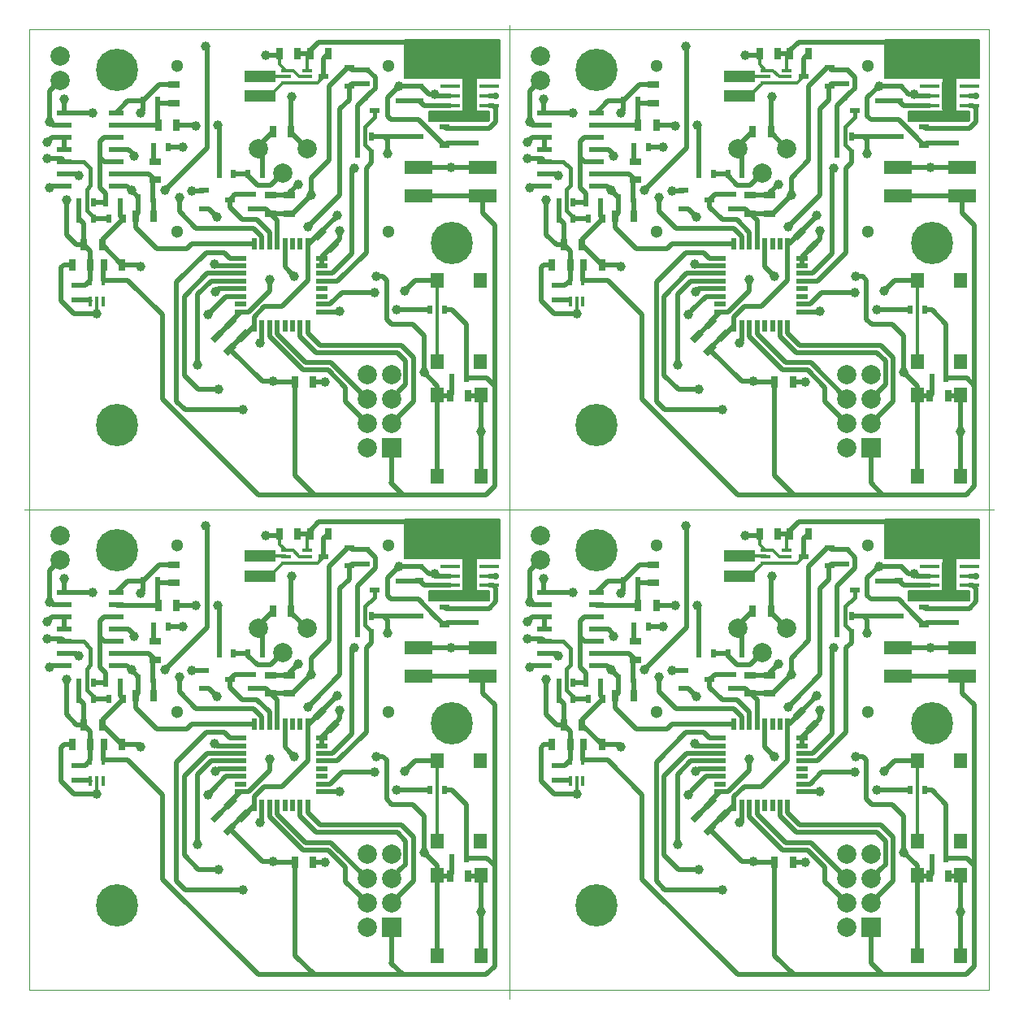
<source format=gbr>
G04 #@! TF.FileFunction,Copper,L1,Top,Signal*
%FSLAX46Y46*%
G04 Gerber Fmt 4.6, Leading zero omitted, Abs format (unit mm)*
G04 Created by KiCad (PCBNEW 4.0.4+dfsg1-stable) date Wed Mar  8 20:57:33 2017*
%MOMM*%
%LPD*%
G01*
G04 APERTURE LIST*
%ADD10C,0.100000*%
%ADD11C,2.000000*%
%ADD12C,1.300000*%
%ADD13R,0.700000X1.300000*%
%ADD14R,0.500000X0.900000*%
%ADD15R,1.000000X0.600000*%
%ADD16R,0.900000X0.500000*%
%ADD17R,0.500000X1.200000*%
%ADD18R,1.200000X0.500000*%
%ADD19R,2.000000X2.000000*%
%ADD20R,1.400000X1.600000*%
%ADD21R,2.000000X0.400000*%
%ADD22R,1.500000X3.000000*%
%ADD23R,3.000000X1.400000*%
%ADD24C,4.400000*%
%ADD25R,1.300000X0.700000*%
%ADD26R,3.200000X1.200000*%
%ADD27R,1.500000X0.600000*%
%ADD28R,0.400000X1.000000*%
%ADD29R,1.000000X0.350000*%
%ADD30C,0.600000*%
%ADD31C,1.000000*%
%ADD32C,0.700000*%
%ADD33C,0.500000*%
%ADD34C,0.300000*%
%ADD35C,0.400000*%
%ADD36C,0.200000*%
G04 APERTURE END LIST*
D10*
X91000000Y-40000000D02*
X191000000Y-40000000D01*
X90500000Y-90000000D02*
X191500000Y-90000000D01*
X141000000Y-39500000D02*
X141000000Y-141000000D01*
X91000000Y-140000000D02*
X191000000Y-140000000D01*
X91000000Y-40000000D02*
X91000000Y-140000000D01*
X191000000Y-40000000D02*
X191000000Y-140000000D01*
D11*
X119900000Y-102400000D03*
X114820000Y-102400000D03*
X117360000Y-104940000D03*
D12*
X106360000Y-111050000D03*
X106360000Y-93750000D03*
X128360000Y-93750000D03*
X128360000Y-111050000D03*
D13*
X102050000Y-109400000D03*
X103950000Y-109400000D03*
D14*
X110750000Y-105000000D03*
X112250000Y-105000000D03*
D15*
X109150000Y-106750000D03*
X109150000Y-108650000D03*
X111850000Y-107700000D03*
D16*
X114200000Y-108650000D03*
X114200000Y-107150000D03*
D14*
X102350000Y-107600000D03*
X103850000Y-107600000D03*
X98950000Y-108000000D03*
X100450000Y-108000000D03*
X96150000Y-109700000D03*
X97650000Y-109700000D03*
X96150000Y-108000000D03*
X97650000Y-108000000D03*
X99250000Y-109700000D03*
X100750000Y-109700000D03*
D17*
X120000000Y-112350000D03*
X119200000Y-112350000D03*
X118400000Y-112350000D03*
X117600000Y-112350000D03*
X116800000Y-112350000D03*
X116000000Y-112350000D03*
X115200000Y-112350000D03*
X114400000Y-112350000D03*
D18*
X112950000Y-113800000D03*
X112950000Y-114600000D03*
X112950000Y-115400000D03*
X112950000Y-116200000D03*
X112950000Y-117000000D03*
X112950000Y-117800000D03*
X112950000Y-118600000D03*
X112950000Y-119400000D03*
D17*
X114400000Y-120850000D03*
X115200000Y-120850000D03*
X116000000Y-120850000D03*
X116800000Y-120850000D03*
X117600000Y-120850000D03*
X118400000Y-120850000D03*
X119200000Y-120850000D03*
X120000000Y-120850000D03*
D18*
X121450000Y-119400000D03*
X121450000Y-118600000D03*
X121450000Y-117800000D03*
X121450000Y-117000000D03*
X121450000Y-116200000D03*
X121450000Y-115400000D03*
X121450000Y-114600000D03*
X121450000Y-113800000D03*
D19*
X128700000Y-133540000D03*
D11*
X126160000Y-133540000D03*
X128700000Y-131000000D03*
X126160000Y-131000000D03*
X128700000Y-128460000D03*
X126160000Y-128460000D03*
X128700000Y-125920000D03*
X126160000Y-125920000D03*
D13*
X120550000Y-126700000D03*
X118650000Y-126700000D03*
D10*
G36*
X112578858Y-123059619D02*
X111659619Y-123978858D01*
X111164644Y-123483883D01*
X112083883Y-122564644D01*
X112578858Y-123059619D01*
X112578858Y-123059619D01*
G37*
G36*
X111235356Y-121716117D02*
X110316117Y-122635356D01*
X109821142Y-122140381D01*
X110740381Y-121221142D01*
X111235356Y-121716117D01*
X111235356Y-121716117D01*
G37*
G36*
X120521142Y-111440381D02*
X121440381Y-110521142D01*
X121935356Y-111016117D01*
X121016117Y-111935356D01*
X120521142Y-111440381D01*
X120521142Y-111440381D01*
G37*
G36*
X121864644Y-112783883D02*
X122783883Y-111864644D01*
X123278858Y-112359619D01*
X122359619Y-113278858D01*
X121864644Y-112783883D01*
X121864644Y-112783883D01*
G37*
D20*
X133510000Y-136500000D03*
X138010000Y-136500000D03*
X133510000Y-128100000D03*
X138010000Y-128100000D03*
D10*
G36*
X113978858Y-121659619D02*
X113059619Y-122578858D01*
X112564644Y-122083883D01*
X113483883Y-121164644D01*
X113978858Y-121659619D01*
X113978858Y-121659619D01*
G37*
G36*
X112635356Y-120316117D02*
X111716117Y-121235356D01*
X111221142Y-120740381D01*
X112140381Y-119821142D01*
X112635356Y-120316117D01*
X112635356Y-120316117D01*
G37*
D21*
X138900000Y-97900000D03*
X138900000Y-96900000D03*
X138900000Y-95900000D03*
X134800000Y-95900000D03*
X134800000Y-96900000D03*
X134800000Y-97900000D03*
D22*
X136850000Y-96900000D03*
D14*
X136500000Y-126300000D03*
X135000000Y-126300000D03*
D13*
X134800000Y-128150000D03*
X136700000Y-128150000D03*
D23*
X138200000Y-104350000D03*
X138200000Y-107350000D03*
X131500000Y-104350000D03*
X131500000Y-107350000D03*
D24*
X135000000Y-112250000D03*
D20*
X133500000Y-124550000D03*
X138000000Y-124550000D03*
X133500000Y-116150000D03*
X138000000Y-116150000D03*
D14*
X134250000Y-119200000D03*
X132750000Y-119200000D03*
D25*
X118100000Y-109150000D03*
X118100000Y-107250000D03*
D13*
X117050000Y-92500000D03*
X118950000Y-92500000D03*
X122150000Y-92500000D03*
X120250000Y-92500000D03*
X118250000Y-100600000D03*
X116350000Y-100600000D03*
D25*
X116100000Y-109150000D03*
X116100000Y-107250000D03*
D14*
X113750000Y-105000000D03*
X115250000Y-105000000D03*
D26*
X115000000Y-96940000D03*
X115000000Y-94860000D03*
D14*
X103950000Y-102200000D03*
X105450000Y-102200000D03*
X102850000Y-97450000D03*
X104350000Y-97450000D03*
D11*
X94200000Y-95270000D03*
X94200000Y-92730000D03*
D25*
X106000000Y-95750000D03*
X106000000Y-97650000D03*
D27*
X100050000Y-106260000D03*
X100050000Y-104990000D03*
X100050000Y-103720000D03*
X100050000Y-102450000D03*
X100050000Y-101180000D03*
X100050000Y-99910000D03*
X100050000Y-98640000D03*
X94650000Y-98640000D03*
X94650000Y-99910000D03*
X94650000Y-101180000D03*
X94650000Y-102450000D03*
X94650000Y-103720000D03*
X94650000Y-104990000D03*
X94650000Y-106260000D03*
D25*
X104100000Y-103750000D03*
X104100000Y-105650000D03*
D24*
X100100000Y-94200000D03*
D13*
X106300000Y-99950000D03*
X104400000Y-99950000D03*
X97350000Y-114500000D03*
X95450000Y-114500000D03*
X98750000Y-114500000D03*
X100650000Y-114500000D03*
D24*
X100100000Y-131200000D03*
D13*
X96650000Y-112400000D03*
X98550000Y-112400000D03*
D28*
X97350000Y-118300000D03*
X98000000Y-118300000D03*
X98650000Y-118300000D03*
X98650000Y-116100000D03*
X97350000Y-116100000D03*
D16*
X95800000Y-118150000D03*
X95800000Y-116650000D03*
D14*
X126650000Y-102900000D03*
X125150000Y-102900000D03*
D29*
X119900000Y-95550000D03*
X119900000Y-94900000D03*
X119900000Y-94250000D03*
X117700000Y-94250000D03*
X117700000Y-94900000D03*
X117700000Y-95550000D03*
D15*
X124350000Y-95850000D03*
X124350000Y-93950000D03*
X121650000Y-94900000D03*
D16*
X126000000Y-95650000D03*
X126000000Y-94150000D03*
D14*
X125150000Y-101100000D03*
X126650000Y-101100000D03*
D30*
X131050000Y-94300000D03*
X131050000Y-93050000D03*
D15*
X129650000Y-99350000D03*
X129650000Y-97450000D03*
X126950000Y-98400000D03*
D16*
X131600000Y-97400000D03*
X131600000Y-95900000D03*
D30*
X133750000Y-99000000D03*
D16*
X137380000Y-101800000D03*
X137380000Y-100300000D03*
D30*
X137750000Y-99000000D03*
D15*
X134230000Y-102050000D03*
X134230000Y-100150000D03*
X131530000Y-101100000D03*
D30*
X135750000Y-99000000D03*
X135050000Y-94300000D03*
X135050000Y-93050000D03*
X133050000Y-93050000D03*
X133050000Y-91800000D03*
X131050000Y-91800000D03*
X133050000Y-94300000D03*
X135050000Y-91800000D03*
X137050000Y-93050000D03*
X137050000Y-91800000D03*
X137050000Y-94300000D03*
X139050000Y-93050000D03*
X139050000Y-91800000D03*
X139050000Y-94300000D03*
D11*
X169900000Y-102400000D03*
X164820000Y-102400000D03*
X167360000Y-104940000D03*
D12*
X156360000Y-111050000D03*
X156360000Y-93750000D03*
X178360000Y-93750000D03*
X178360000Y-111050000D03*
D13*
X152050000Y-109400000D03*
X153950000Y-109400000D03*
D14*
X160750000Y-105000000D03*
X162250000Y-105000000D03*
D15*
X159150000Y-106750000D03*
X159150000Y-108650000D03*
X161850000Y-107700000D03*
D16*
X164200000Y-108650000D03*
X164200000Y-107150000D03*
D14*
X152350000Y-107600000D03*
X153850000Y-107600000D03*
X148950000Y-108000000D03*
X150450000Y-108000000D03*
X146150000Y-109700000D03*
X147650000Y-109700000D03*
X146150000Y-108000000D03*
X147650000Y-108000000D03*
X149250000Y-109700000D03*
X150750000Y-109700000D03*
D17*
X170000000Y-112350000D03*
X169200000Y-112350000D03*
X168400000Y-112350000D03*
X167600000Y-112350000D03*
X166800000Y-112350000D03*
X166000000Y-112350000D03*
X165200000Y-112350000D03*
X164400000Y-112350000D03*
D18*
X162950000Y-113800000D03*
X162950000Y-114600000D03*
X162950000Y-115400000D03*
X162950000Y-116200000D03*
X162950000Y-117000000D03*
X162950000Y-117800000D03*
X162950000Y-118600000D03*
X162950000Y-119400000D03*
D17*
X164400000Y-120850000D03*
X165200000Y-120850000D03*
X166000000Y-120850000D03*
X166800000Y-120850000D03*
X167600000Y-120850000D03*
X168400000Y-120850000D03*
X169200000Y-120850000D03*
X170000000Y-120850000D03*
D18*
X171450000Y-119400000D03*
X171450000Y-118600000D03*
X171450000Y-117800000D03*
X171450000Y-117000000D03*
X171450000Y-116200000D03*
X171450000Y-115400000D03*
X171450000Y-114600000D03*
X171450000Y-113800000D03*
D19*
X178700000Y-133540000D03*
D11*
X176160000Y-133540000D03*
X178700000Y-131000000D03*
X176160000Y-131000000D03*
X178700000Y-128460000D03*
X176160000Y-128460000D03*
X178700000Y-125920000D03*
X176160000Y-125920000D03*
D13*
X170550000Y-126700000D03*
X168650000Y-126700000D03*
D10*
G36*
X162578858Y-123059619D02*
X161659619Y-123978858D01*
X161164644Y-123483883D01*
X162083883Y-122564644D01*
X162578858Y-123059619D01*
X162578858Y-123059619D01*
G37*
G36*
X161235356Y-121716117D02*
X160316117Y-122635356D01*
X159821142Y-122140381D01*
X160740381Y-121221142D01*
X161235356Y-121716117D01*
X161235356Y-121716117D01*
G37*
G36*
X170521142Y-111440381D02*
X171440381Y-110521142D01*
X171935356Y-111016117D01*
X171016117Y-111935356D01*
X170521142Y-111440381D01*
X170521142Y-111440381D01*
G37*
G36*
X171864644Y-112783883D02*
X172783883Y-111864644D01*
X173278858Y-112359619D01*
X172359619Y-113278858D01*
X171864644Y-112783883D01*
X171864644Y-112783883D01*
G37*
D20*
X183510000Y-136500000D03*
X188010000Y-136500000D03*
X183510000Y-128100000D03*
X188010000Y-128100000D03*
D10*
G36*
X163978858Y-121659619D02*
X163059619Y-122578858D01*
X162564644Y-122083883D01*
X163483883Y-121164644D01*
X163978858Y-121659619D01*
X163978858Y-121659619D01*
G37*
G36*
X162635356Y-120316117D02*
X161716117Y-121235356D01*
X161221142Y-120740381D01*
X162140381Y-119821142D01*
X162635356Y-120316117D01*
X162635356Y-120316117D01*
G37*
D21*
X188900000Y-97900000D03*
X188900000Y-96900000D03*
X188900000Y-95900000D03*
X184800000Y-95900000D03*
X184800000Y-96900000D03*
X184800000Y-97900000D03*
D22*
X186850000Y-96900000D03*
D14*
X186500000Y-126300000D03*
X185000000Y-126300000D03*
D13*
X184800000Y-128150000D03*
X186700000Y-128150000D03*
D23*
X188200000Y-104350000D03*
X188200000Y-107350000D03*
X181500000Y-104350000D03*
X181500000Y-107350000D03*
D24*
X185000000Y-112250000D03*
D20*
X183500000Y-124550000D03*
X188000000Y-124550000D03*
X183500000Y-116150000D03*
X188000000Y-116150000D03*
D14*
X184250000Y-119200000D03*
X182750000Y-119200000D03*
D25*
X168100000Y-109150000D03*
X168100000Y-107250000D03*
D13*
X167050000Y-92500000D03*
X168950000Y-92500000D03*
X172150000Y-92500000D03*
X170250000Y-92500000D03*
X168250000Y-100600000D03*
X166350000Y-100600000D03*
D25*
X166100000Y-109150000D03*
X166100000Y-107250000D03*
D14*
X163750000Y-105000000D03*
X165250000Y-105000000D03*
D26*
X165000000Y-96940000D03*
X165000000Y-94860000D03*
D14*
X153950000Y-102200000D03*
X155450000Y-102200000D03*
X152850000Y-97450000D03*
X154350000Y-97450000D03*
D11*
X144200000Y-95270000D03*
X144200000Y-92730000D03*
D25*
X156000000Y-95750000D03*
X156000000Y-97650000D03*
D27*
X150050000Y-106260000D03*
X150050000Y-104990000D03*
X150050000Y-103720000D03*
X150050000Y-102450000D03*
X150050000Y-101180000D03*
X150050000Y-99910000D03*
X150050000Y-98640000D03*
X144650000Y-98640000D03*
X144650000Y-99910000D03*
X144650000Y-101180000D03*
X144650000Y-102450000D03*
X144650000Y-103720000D03*
X144650000Y-104990000D03*
X144650000Y-106260000D03*
D25*
X154100000Y-103750000D03*
X154100000Y-105650000D03*
D24*
X150100000Y-94200000D03*
D13*
X156300000Y-99950000D03*
X154400000Y-99950000D03*
X147350000Y-114500000D03*
X145450000Y-114500000D03*
X148750000Y-114500000D03*
X150650000Y-114500000D03*
D24*
X150100000Y-131200000D03*
D13*
X146650000Y-112400000D03*
X148550000Y-112400000D03*
D28*
X147350000Y-118300000D03*
X148000000Y-118300000D03*
X148650000Y-118300000D03*
X148650000Y-116100000D03*
X147350000Y-116100000D03*
D16*
X145800000Y-118150000D03*
X145800000Y-116650000D03*
D14*
X176650000Y-102900000D03*
X175150000Y-102900000D03*
D29*
X169900000Y-95550000D03*
X169900000Y-94900000D03*
X169900000Y-94250000D03*
X167700000Y-94250000D03*
X167700000Y-94900000D03*
X167700000Y-95550000D03*
D15*
X174350000Y-95850000D03*
X174350000Y-93950000D03*
X171650000Y-94900000D03*
D16*
X176000000Y-95650000D03*
X176000000Y-94150000D03*
D14*
X175150000Y-101100000D03*
X176650000Y-101100000D03*
D30*
X181050000Y-94300000D03*
X181050000Y-93050000D03*
D15*
X179650000Y-99350000D03*
X179650000Y-97450000D03*
X176950000Y-98400000D03*
D16*
X181600000Y-97400000D03*
X181600000Y-95900000D03*
D30*
X183750000Y-99000000D03*
D16*
X187380000Y-101800000D03*
X187380000Y-100300000D03*
D30*
X187750000Y-99000000D03*
D15*
X184230000Y-102050000D03*
X184230000Y-100150000D03*
X181530000Y-101100000D03*
D30*
X185750000Y-99000000D03*
X185050000Y-94300000D03*
X185050000Y-93050000D03*
X183050000Y-93050000D03*
X183050000Y-91800000D03*
X181050000Y-91800000D03*
X183050000Y-94300000D03*
X185050000Y-91800000D03*
X187050000Y-93050000D03*
X187050000Y-91800000D03*
X187050000Y-94300000D03*
X189050000Y-93050000D03*
X189050000Y-91800000D03*
X189050000Y-94300000D03*
D11*
X169900000Y-52400000D03*
X164820000Y-52400000D03*
X167360000Y-54940000D03*
D12*
X156360000Y-61050000D03*
X156360000Y-43750000D03*
X178360000Y-43750000D03*
X178360000Y-61050000D03*
D13*
X152050000Y-59400000D03*
X153950000Y-59400000D03*
D14*
X160750000Y-55000000D03*
X162250000Y-55000000D03*
D15*
X159150000Y-56750000D03*
X159150000Y-58650000D03*
X161850000Y-57700000D03*
D16*
X164200000Y-58650000D03*
X164200000Y-57150000D03*
D14*
X152350000Y-57600000D03*
X153850000Y-57600000D03*
X148950000Y-58000000D03*
X150450000Y-58000000D03*
X146150000Y-59700000D03*
X147650000Y-59700000D03*
X146150000Y-58000000D03*
X147650000Y-58000000D03*
X149250000Y-59700000D03*
X150750000Y-59700000D03*
D17*
X170000000Y-62350000D03*
X169200000Y-62350000D03*
X168400000Y-62350000D03*
X167600000Y-62350000D03*
X166800000Y-62350000D03*
X166000000Y-62350000D03*
X165200000Y-62350000D03*
X164400000Y-62350000D03*
D18*
X162950000Y-63800000D03*
X162950000Y-64600000D03*
X162950000Y-65400000D03*
X162950000Y-66200000D03*
X162950000Y-67000000D03*
X162950000Y-67800000D03*
X162950000Y-68600000D03*
X162950000Y-69400000D03*
D17*
X164400000Y-70850000D03*
X165200000Y-70850000D03*
X166000000Y-70850000D03*
X166800000Y-70850000D03*
X167600000Y-70850000D03*
X168400000Y-70850000D03*
X169200000Y-70850000D03*
X170000000Y-70850000D03*
D18*
X171450000Y-69400000D03*
X171450000Y-68600000D03*
X171450000Y-67800000D03*
X171450000Y-67000000D03*
X171450000Y-66200000D03*
X171450000Y-65400000D03*
X171450000Y-64600000D03*
X171450000Y-63800000D03*
D19*
X178700000Y-83540000D03*
D11*
X176160000Y-83540000D03*
X178700000Y-81000000D03*
X176160000Y-81000000D03*
X178700000Y-78460000D03*
X176160000Y-78460000D03*
X178700000Y-75920000D03*
X176160000Y-75920000D03*
D13*
X170550000Y-76700000D03*
X168650000Y-76700000D03*
D10*
G36*
X162578858Y-73059619D02*
X161659619Y-73978858D01*
X161164644Y-73483883D01*
X162083883Y-72564644D01*
X162578858Y-73059619D01*
X162578858Y-73059619D01*
G37*
G36*
X161235356Y-71716117D02*
X160316117Y-72635356D01*
X159821142Y-72140381D01*
X160740381Y-71221142D01*
X161235356Y-71716117D01*
X161235356Y-71716117D01*
G37*
G36*
X170521142Y-61440381D02*
X171440381Y-60521142D01*
X171935356Y-61016117D01*
X171016117Y-61935356D01*
X170521142Y-61440381D01*
X170521142Y-61440381D01*
G37*
G36*
X171864644Y-62783883D02*
X172783883Y-61864644D01*
X173278858Y-62359619D01*
X172359619Y-63278858D01*
X171864644Y-62783883D01*
X171864644Y-62783883D01*
G37*
D20*
X183510000Y-86500000D03*
X188010000Y-86500000D03*
X183510000Y-78100000D03*
X188010000Y-78100000D03*
D10*
G36*
X163978858Y-71659619D02*
X163059619Y-72578858D01*
X162564644Y-72083883D01*
X163483883Y-71164644D01*
X163978858Y-71659619D01*
X163978858Y-71659619D01*
G37*
G36*
X162635356Y-70316117D02*
X161716117Y-71235356D01*
X161221142Y-70740381D01*
X162140381Y-69821142D01*
X162635356Y-70316117D01*
X162635356Y-70316117D01*
G37*
D21*
X188900000Y-47900000D03*
X188900000Y-46900000D03*
X188900000Y-45900000D03*
X184800000Y-45900000D03*
X184800000Y-46900000D03*
X184800000Y-47900000D03*
D22*
X186850000Y-46900000D03*
D14*
X186500000Y-76300000D03*
X185000000Y-76300000D03*
D13*
X184800000Y-78150000D03*
X186700000Y-78150000D03*
D23*
X188200000Y-54350000D03*
X188200000Y-57350000D03*
X181500000Y-54350000D03*
X181500000Y-57350000D03*
D24*
X185000000Y-62250000D03*
D20*
X183500000Y-74550000D03*
X188000000Y-74550000D03*
X183500000Y-66150000D03*
X188000000Y-66150000D03*
D14*
X184250000Y-69200000D03*
X182750000Y-69200000D03*
D25*
X168100000Y-59150000D03*
X168100000Y-57250000D03*
D13*
X167050000Y-42500000D03*
X168950000Y-42500000D03*
X172150000Y-42500000D03*
X170250000Y-42500000D03*
X168250000Y-50600000D03*
X166350000Y-50600000D03*
D25*
X166100000Y-59150000D03*
X166100000Y-57250000D03*
D14*
X163750000Y-55000000D03*
X165250000Y-55000000D03*
D26*
X165000000Y-46940000D03*
X165000000Y-44860000D03*
D14*
X153950000Y-52200000D03*
X155450000Y-52200000D03*
X152850000Y-47450000D03*
X154350000Y-47450000D03*
D11*
X144200000Y-45270000D03*
X144200000Y-42730000D03*
D25*
X156000000Y-45750000D03*
X156000000Y-47650000D03*
D27*
X150050000Y-56260000D03*
X150050000Y-54990000D03*
X150050000Y-53720000D03*
X150050000Y-52450000D03*
X150050000Y-51180000D03*
X150050000Y-49910000D03*
X150050000Y-48640000D03*
X144650000Y-48640000D03*
X144650000Y-49910000D03*
X144650000Y-51180000D03*
X144650000Y-52450000D03*
X144650000Y-53720000D03*
X144650000Y-54990000D03*
X144650000Y-56260000D03*
D25*
X154100000Y-53750000D03*
X154100000Y-55650000D03*
D24*
X150100000Y-44200000D03*
D13*
X156300000Y-49950000D03*
X154400000Y-49950000D03*
X147350000Y-64500000D03*
X145450000Y-64500000D03*
X148750000Y-64500000D03*
X150650000Y-64500000D03*
D24*
X150100000Y-81200000D03*
D13*
X146650000Y-62400000D03*
X148550000Y-62400000D03*
D28*
X147350000Y-68300000D03*
X148000000Y-68300000D03*
X148650000Y-68300000D03*
X148650000Y-66100000D03*
X147350000Y-66100000D03*
D16*
X145800000Y-68150000D03*
X145800000Y-66650000D03*
D14*
X176650000Y-52900000D03*
X175150000Y-52900000D03*
D29*
X169900000Y-45550000D03*
X169900000Y-44900000D03*
X169900000Y-44250000D03*
X167700000Y-44250000D03*
X167700000Y-44900000D03*
X167700000Y-45550000D03*
D15*
X174350000Y-45850000D03*
X174350000Y-43950000D03*
X171650000Y-44900000D03*
D16*
X176000000Y-45650000D03*
X176000000Y-44150000D03*
D14*
X175150000Y-51100000D03*
X176650000Y-51100000D03*
D30*
X181050000Y-44300000D03*
X181050000Y-43050000D03*
D15*
X179650000Y-49350000D03*
X179650000Y-47450000D03*
X176950000Y-48400000D03*
D16*
X181600000Y-47400000D03*
X181600000Y-45900000D03*
D30*
X183750000Y-49000000D03*
D16*
X187380000Y-51800000D03*
X187380000Y-50300000D03*
D30*
X187750000Y-49000000D03*
D15*
X184230000Y-52050000D03*
X184230000Y-50150000D03*
X181530000Y-51100000D03*
D30*
X185750000Y-49000000D03*
X185050000Y-44300000D03*
X185050000Y-43050000D03*
X183050000Y-43050000D03*
X183050000Y-41800000D03*
X181050000Y-41800000D03*
X183050000Y-44300000D03*
X185050000Y-41800000D03*
X187050000Y-43050000D03*
X187050000Y-41800000D03*
X187050000Y-44300000D03*
X189050000Y-43050000D03*
X189050000Y-41800000D03*
X189050000Y-44300000D03*
D20*
X133510000Y-86500000D03*
X138010000Y-86500000D03*
X133510000Y-78100000D03*
X138010000Y-78100000D03*
D30*
X137050000Y-44300000D03*
X139050000Y-44300000D03*
X131050000Y-44300000D03*
X135050000Y-44300000D03*
X133050000Y-44300000D03*
X137050000Y-41800000D03*
X139050000Y-41800000D03*
X131050000Y-41800000D03*
X135050000Y-41800000D03*
X133050000Y-41800000D03*
X139050000Y-43050000D03*
X137050000Y-43050000D03*
X131050000Y-43050000D03*
X133050000Y-43050000D03*
X135050000Y-43050000D03*
X137750000Y-49000000D03*
X135750000Y-49000000D03*
X133750000Y-49000000D03*
D16*
X137380000Y-51800000D03*
X137380000Y-50300000D03*
D15*
X134230000Y-52050000D03*
X134230000Y-50150000D03*
X131530000Y-51100000D03*
D24*
X100100000Y-44200000D03*
X135000000Y-62250000D03*
D17*
X120000000Y-62350000D03*
X119200000Y-62350000D03*
X118400000Y-62350000D03*
X117600000Y-62350000D03*
X116800000Y-62350000D03*
X116000000Y-62350000D03*
X115200000Y-62350000D03*
X114400000Y-62350000D03*
D18*
X112950000Y-63800000D03*
X112950000Y-64600000D03*
X112950000Y-65400000D03*
X112950000Y-66200000D03*
X112950000Y-67000000D03*
X112950000Y-67800000D03*
X112950000Y-68600000D03*
X112950000Y-69400000D03*
D17*
X114400000Y-70850000D03*
X115200000Y-70850000D03*
X116000000Y-70850000D03*
X116800000Y-70850000D03*
X117600000Y-70850000D03*
X118400000Y-70850000D03*
X119200000Y-70850000D03*
X120000000Y-70850000D03*
D18*
X121450000Y-69400000D03*
X121450000Y-68600000D03*
X121450000Y-67800000D03*
X121450000Y-67000000D03*
X121450000Y-66200000D03*
X121450000Y-65400000D03*
X121450000Y-64600000D03*
X121450000Y-63800000D03*
D13*
X120550000Y-76700000D03*
X118650000Y-76700000D03*
D14*
X126650000Y-52900000D03*
X125150000Y-52900000D03*
D10*
G36*
X113978858Y-71659619D02*
X113059619Y-72578858D01*
X112564644Y-72083883D01*
X113483883Y-71164644D01*
X113978858Y-71659619D01*
X113978858Y-71659619D01*
G37*
G36*
X112635356Y-70316117D02*
X111716117Y-71235356D01*
X111221142Y-70740381D01*
X112140381Y-69821142D01*
X112635356Y-70316117D01*
X112635356Y-70316117D01*
G37*
G36*
X120521142Y-61440381D02*
X121440381Y-60521142D01*
X121935356Y-61016117D01*
X121016117Y-61935356D01*
X120521142Y-61440381D01*
X120521142Y-61440381D01*
G37*
G36*
X121864644Y-62783883D02*
X122783883Y-61864644D01*
X123278858Y-62359619D01*
X122359619Y-63278858D01*
X121864644Y-62783883D01*
X121864644Y-62783883D01*
G37*
G36*
X112578858Y-73059619D02*
X111659619Y-73978858D01*
X111164644Y-73483883D01*
X112083883Y-72564644D01*
X112578858Y-73059619D01*
X112578858Y-73059619D01*
G37*
G36*
X111235356Y-71716117D02*
X110316117Y-72635356D01*
X109821142Y-72140381D01*
X110740381Y-71221142D01*
X111235356Y-71716117D01*
X111235356Y-71716117D01*
G37*
D25*
X118100000Y-59150000D03*
X118100000Y-57250000D03*
X116100000Y-59150000D03*
X116100000Y-57250000D03*
D13*
X134800000Y-78150000D03*
X136700000Y-78150000D03*
X118250000Y-50600000D03*
X116350000Y-50600000D03*
X106300000Y-49950000D03*
X104400000Y-49950000D03*
D25*
X106000000Y-45750000D03*
X106000000Y-47650000D03*
D13*
X96650000Y-62400000D03*
X98550000Y-62400000D03*
D25*
X104100000Y-53750000D03*
X104100000Y-55650000D03*
D13*
X102050000Y-59400000D03*
X103950000Y-59400000D03*
X98750000Y-64500000D03*
X100650000Y-64500000D03*
X97350000Y-64500000D03*
X95450000Y-64500000D03*
X122150000Y-42500000D03*
X120250000Y-42500000D03*
X117050000Y-42500000D03*
X118950000Y-42500000D03*
D11*
X94200000Y-45270000D03*
X94200000Y-42730000D03*
D15*
X124350000Y-45850000D03*
X124350000Y-43950000D03*
X121650000Y-44900000D03*
D14*
X136500000Y-76300000D03*
X135000000Y-76300000D03*
X125150000Y-51100000D03*
X126650000Y-51100000D03*
X134250000Y-69200000D03*
X132750000Y-69200000D03*
X113750000Y-55000000D03*
X115250000Y-55000000D03*
X110750000Y-55000000D03*
X112250000Y-55000000D03*
X102850000Y-47450000D03*
X104350000Y-47450000D03*
X103950000Y-52200000D03*
X105450000Y-52200000D03*
X96150000Y-58000000D03*
X97650000Y-58000000D03*
X98950000Y-58000000D03*
X100450000Y-58000000D03*
X102350000Y-57600000D03*
X103850000Y-57600000D03*
D16*
X126000000Y-45650000D03*
X126000000Y-44150000D03*
X95800000Y-68150000D03*
X95800000Y-66650000D03*
D27*
X100050000Y-56260000D03*
X100050000Y-54990000D03*
X100050000Y-53720000D03*
X100050000Y-52450000D03*
X100050000Y-51180000D03*
X100050000Y-49910000D03*
X100050000Y-48640000D03*
X94650000Y-48640000D03*
X94650000Y-49910000D03*
X94650000Y-51180000D03*
X94650000Y-52450000D03*
X94650000Y-53720000D03*
X94650000Y-54990000D03*
X94650000Y-56260000D03*
D28*
X97350000Y-68300000D03*
X98000000Y-68300000D03*
X98650000Y-68300000D03*
X98650000Y-66100000D03*
X97350000Y-66100000D03*
D26*
X115000000Y-46940000D03*
X115000000Y-44860000D03*
D29*
X119900000Y-45550000D03*
X119900000Y-44900000D03*
X119900000Y-44250000D03*
X117700000Y-44250000D03*
X117700000Y-44900000D03*
X117700000Y-45550000D03*
D14*
X96150000Y-59700000D03*
X97650000Y-59700000D03*
X99250000Y-59700000D03*
X100750000Y-59700000D03*
D20*
X133500000Y-74550000D03*
X138000000Y-74550000D03*
X133500000Y-66150000D03*
X138000000Y-66150000D03*
D15*
X129650000Y-49350000D03*
X129650000Y-47450000D03*
X126950000Y-48400000D03*
D16*
X131600000Y-47400000D03*
X131600000Y-45900000D03*
D15*
X109150000Y-56750000D03*
X109150000Y-58650000D03*
X111850000Y-57700000D03*
D16*
X114200000Y-58650000D03*
X114200000Y-57150000D03*
D24*
X100100000Y-81200000D03*
D21*
X138900000Y-47900000D03*
X138900000Y-46900000D03*
X138900000Y-45900000D03*
X134800000Y-45900000D03*
X134800000Y-46900000D03*
X134800000Y-47900000D03*
D22*
X136850000Y-46900000D03*
D23*
X138200000Y-54350000D03*
X138200000Y-57350000D03*
X131500000Y-54350000D03*
X131500000Y-57350000D03*
D19*
X128700000Y-83540000D03*
D11*
X126160000Y-83540000D03*
X128700000Y-81000000D03*
X126160000Y-81000000D03*
X128700000Y-78460000D03*
X126160000Y-78460000D03*
X128700000Y-75920000D03*
X126160000Y-75920000D03*
X119900000Y-52400000D03*
X114820000Y-52400000D03*
X117360000Y-54940000D03*
D12*
X106360000Y-61050000D03*
X106360000Y-43750000D03*
X128360000Y-43750000D03*
X128360000Y-61050000D03*
D31*
X138000000Y-124550000D03*
X138000000Y-116150000D03*
X138010000Y-131900000D03*
D32*
X139600000Y-96900000D03*
D31*
X134900000Y-104350000D03*
X123350000Y-110950006D03*
X121800000Y-126700000D03*
X102600000Y-114700000D03*
X98000000Y-119600000D03*
X116000000Y-116000000D03*
X110500000Y-109500000D03*
X119000000Y-106100000D03*
X92850000Y-101700000D03*
X188000000Y-124550000D03*
X188000000Y-116150000D03*
X188010000Y-131900000D03*
D32*
X189600000Y-96900000D03*
D31*
X184900000Y-104350000D03*
X173350000Y-110950006D03*
X171800000Y-126700000D03*
X152600000Y-114700000D03*
X148000000Y-119600000D03*
X166000000Y-116000000D03*
X160500000Y-109500000D03*
X169000000Y-106100000D03*
X142850000Y-101700000D03*
X188000000Y-74550000D03*
X188000000Y-66150000D03*
X188010000Y-81900000D03*
D32*
X189600000Y-46900000D03*
D31*
X184900000Y-54350000D03*
X173350000Y-60950006D03*
X171800000Y-76700000D03*
X152600000Y-64700000D03*
X148000000Y-69600000D03*
X166000000Y-66000000D03*
X160500000Y-59500000D03*
X169000000Y-56100000D03*
X142850000Y-51700000D03*
X138000000Y-74550000D03*
X138000000Y-66150000D03*
X134900000Y-54350000D03*
X138010000Y-81900000D03*
D32*
X139600000Y-46900000D03*
D31*
X121800000Y-76700000D03*
X116000000Y-66000000D03*
X119000000Y-56100000D03*
X110500000Y-59500000D03*
X123350000Y-60950006D03*
X102600000Y-64700000D03*
X92850000Y-51700000D03*
X98000000Y-69600000D03*
X123050000Y-109350000D03*
X120350000Y-107200008D03*
X116400000Y-126660000D03*
X173050000Y-109350000D03*
X170350000Y-107200008D03*
X166400000Y-126660000D03*
X173050000Y-59350000D03*
X170350000Y-57200008D03*
X166400000Y-76660000D03*
X123050000Y-59350000D03*
X116400000Y-76660000D03*
X120350000Y-57200008D03*
X132100000Y-125700000D03*
X127099994Y-115700000D03*
X118599998Y-115700000D03*
X182100000Y-125700000D03*
X177099994Y-115700000D03*
X168599998Y-115700000D03*
X182100000Y-75700000D03*
X177099994Y-65700000D03*
X168599998Y-65700000D03*
X127099994Y-65700000D03*
X132100000Y-75700000D03*
X118599998Y-65700000D03*
X133200000Y-96700000D03*
X129492798Y-95900000D03*
X94850000Y-107699988D03*
X101850000Y-103200000D03*
X105100000Y-106700000D03*
X109350000Y-91700000D03*
X183200000Y-96700000D03*
X179492798Y-95900000D03*
X144850000Y-107699988D03*
X151850000Y-103200000D03*
X155100000Y-106700000D03*
X159350000Y-91700000D03*
X183200000Y-46700000D03*
X179492798Y-45900000D03*
X144850000Y-57699988D03*
X151850000Y-53200000D03*
X155100000Y-56700000D03*
X159350000Y-41700000D03*
X129492798Y-45900000D03*
X133200000Y-46700000D03*
X94850000Y-57699988D03*
X101850000Y-53200000D03*
X105100000Y-56700000D03*
X109350000Y-41700000D03*
X115600000Y-92700000D03*
X118350000Y-96950000D03*
X165600000Y-92700000D03*
X168350000Y-96950000D03*
X165600000Y-42700000D03*
X168350000Y-46950000D03*
X115600000Y-42700000D03*
X118350000Y-46950000D03*
X110600000Y-99950000D03*
X108300000Y-100000000D03*
X160600000Y-99950000D03*
X158300000Y-100000000D03*
X160600000Y-49950000D03*
X158300000Y-50000000D03*
X108300000Y-50000000D03*
X110600000Y-49950000D03*
X107000000Y-102199998D03*
X102600000Y-98700000D03*
X157000000Y-102199998D03*
X152600000Y-98700000D03*
X157000000Y-52199998D03*
X152600000Y-48700000D03*
X107000000Y-52199998D03*
X102600000Y-48700000D03*
X101600000Y-106700000D03*
X96100000Y-105200000D03*
X151600000Y-106700000D03*
X146100000Y-105200000D03*
X151600000Y-56700000D03*
X146100000Y-55200000D03*
X101600000Y-56700000D03*
X96100000Y-55200000D03*
X123350000Y-119350000D03*
X173350000Y-119350000D03*
X173350000Y-69350000D03*
X123350000Y-69350000D03*
X129250000Y-119200000D03*
X179250000Y-119200000D03*
X179250000Y-69200000D03*
X129250000Y-69200000D03*
X93100000Y-99610000D03*
X143100000Y-99610000D03*
X143100000Y-49610000D03*
X93100000Y-49610000D03*
X106600000Y-107450000D03*
X94600000Y-97200000D03*
X97600000Y-98650002D03*
X156600000Y-107450000D03*
X144600000Y-97200000D03*
X147600000Y-98650002D03*
X156600000Y-57450000D03*
X144600000Y-47200000D03*
X147600000Y-48650002D03*
X97600000Y-48650002D03*
X94600000Y-47200000D03*
X106600000Y-57450000D03*
X113200000Y-129600000D03*
X163200000Y-129600000D03*
X163200000Y-79600000D03*
X113200000Y-79600000D03*
X110300000Y-114395980D03*
X160300000Y-114395980D03*
X160300000Y-64395980D03*
X110300000Y-64395980D03*
X110700000Y-127500000D03*
X160700000Y-127500000D03*
X160700000Y-77500000D03*
X110700000Y-77500000D03*
X108500000Y-124900000D03*
X158500000Y-124900000D03*
X158500000Y-74900000D03*
X108500000Y-74900000D03*
X110400000Y-117300000D03*
X160400000Y-117300000D03*
X160400000Y-67300000D03*
X110400000Y-67300000D03*
X109600002Y-119700000D03*
X159600002Y-119700000D03*
X159600002Y-69700000D03*
X109600002Y-69700000D03*
X120014475Y-110558746D03*
X115000000Y-122600000D03*
X170014475Y-110558746D03*
X165000000Y-122600000D03*
X170014475Y-60558746D03*
X165000000Y-72600000D03*
X115000000Y-72600000D03*
X120014475Y-60558746D03*
X92850000Y-103450000D03*
X142850000Y-103450000D03*
X142850000Y-53450000D03*
X92850000Y-53450000D03*
X130050000Y-117250000D03*
X126950000Y-117350000D03*
X180050000Y-117250000D03*
X176950000Y-117350000D03*
X180050000Y-67250000D03*
X176950000Y-67350000D03*
X130050000Y-67250000D03*
X126950000Y-67350000D03*
X128300000Y-102900000D03*
X124800000Y-104400000D03*
X178300000Y-102900000D03*
X174800000Y-104400000D03*
X178300000Y-52900000D03*
X174800000Y-54400000D03*
X128300000Y-52900000D03*
X124800000Y-54400000D03*
X93100000Y-106450000D03*
X107900000Y-106800000D03*
X143100000Y-106450000D03*
X157900000Y-106800000D03*
X143100000Y-56450000D03*
X157900000Y-56800000D03*
X107900000Y-56800000D03*
X93100000Y-56450000D03*
D33*
X120550000Y-126700000D02*
X121800000Y-126700000D01*
X138010000Y-128100000D02*
X138010000Y-129650000D01*
X138010000Y-128830000D02*
X138010000Y-129650000D01*
X137960000Y-128150000D02*
X138010000Y-128100000D01*
X136700000Y-128150000D02*
X137960000Y-128150000D01*
X138010000Y-129650000D02*
X138010000Y-131900000D01*
X138010000Y-131900000D02*
X138010000Y-136500000D01*
X136000000Y-91300000D02*
X137100000Y-92400000D01*
X136850000Y-96900000D02*
X136850000Y-92650000D01*
X136850000Y-92650000D02*
X137100000Y-92400000D01*
X136750000Y-99000000D02*
X136300000Y-99000000D01*
X136850000Y-98900000D02*
X136750000Y-99000000D01*
X134600000Y-104350000D02*
X134900000Y-104350000D01*
X134900000Y-104350000D02*
X138200000Y-104350000D01*
X131500000Y-104350000D02*
X134600000Y-104350000D01*
X136850000Y-96900000D02*
X136850000Y-98900000D01*
X138900000Y-96900000D02*
X139600000Y-96900000D01*
X116000000Y-116707106D02*
X116000000Y-116000000D01*
X116000000Y-117207106D02*
X116000000Y-116707106D01*
X111928249Y-120421751D02*
X112950000Y-119400000D01*
X111928249Y-120528249D02*
X111928249Y-120421751D01*
X110528249Y-121928249D02*
X111928249Y-120528249D01*
X121150000Y-91300000D02*
X136000000Y-91300000D01*
D34*
X119900000Y-94250000D02*
X119900000Y-92850000D01*
D33*
X118950000Y-92500000D02*
X120250000Y-92500000D01*
X120250000Y-92500000D02*
X120250000Y-92200000D01*
X120250000Y-92200000D02*
X121150000Y-91300000D01*
D34*
X119900000Y-92850000D02*
X120250000Y-92500000D01*
D33*
X100450000Y-108000000D02*
X100450000Y-109400000D01*
X100450000Y-109400000D02*
X100750000Y-109700000D01*
X93370000Y-101180000D02*
X92850000Y-101700000D01*
X94650000Y-102450000D02*
X94650000Y-101180000D01*
X94650000Y-101180000D02*
X93370000Y-101180000D01*
X102400000Y-114500000D02*
X102600000Y-114700000D01*
X100650000Y-114500000D02*
X102400000Y-114500000D01*
X94300000Y-118257202D02*
X95642798Y-119600000D01*
X95642798Y-119600000D02*
X97292894Y-119600000D01*
D34*
X98000000Y-118300000D02*
X98000000Y-119600000D01*
D33*
X97292894Y-119600000D02*
X98000000Y-119600000D01*
X95450000Y-114500000D02*
X94600000Y-114500000D01*
X94600000Y-114500000D02*
X94300000Y-114800000D01*
X94300000Y-114800000D02*
X94300000Y-118257202D01*
X98550000Y-112400000D02*
X100650000Y-114500000D01*
X98550000Y-112400000D02*
X98550000Y-111900000D01*
X98550000Y-111900000D02*
X100750000Y-109700000D01*
X113807106Y-119400000D02*
X116000000Y-117207106D01*
X112950000Y-119400000D02*
X113807106Y-119400000D01*
X109150000Y-108650000D02*
X109650000Y-108650000D01*
X109650000Y-108650000D02*
X110500000Y-109500000D01*
X114820000Y-102400000D02*
X114820000Y-102130000D01*
X115250000Y-102830000D02*
X114820000Y-102400000D01*
X114820000Y-102130000D02*
X116350000Y-100600000D01*
X115250000Y-105000000D02*
X115250000Y-102830000D01*
X121450000Y-114600000D02*
X121450000Y-113800000D01*
X121450000Y-113693502D02*
X122571751Y-112571751D01*
X121450000Y-113800000D02*
X121450000Y-113693502D01*
X122571751Y-112571751D02*
X123350000Y-111793502D01*
X123350000Y-111657112D02*
X123350000Y-110950006D01*
X123350000Y-111793502D02*
X123350000Y-111657112D01*
X118100000Y-107000000D02*
X119000000Y-106100000D01*
X118100000Y-107250000D02*
X118300000Y-107250000D01*
X118100000Y-107250000D02*
X118100000Y-107000000D01*
X116100000Y-107250000D02*
X118100000Y-107250000D01*
X170550000Y-126700000D02*
X171800000Y-126700000D01*
X188010000Y-128100000D02*
X188010000Y-129650000D01*
X188010000Y-128830000D02*
X188010000Y-129650000D01*
X187960000Y-128150000D02*
X188010000Y-128100000D01*
X186700000Y-128150000D02*
X187960000Y-128150000D01*
X188010000Y-129650000D02*
X188010000Y-131900000D01*
X188010000Y-131900000D02*
X188010000Y-136500000D01*
X186000000Y-91300000D02*
X187100000Y-92400000D01*
X186850000Y-96900000D02*
X186850000Y-92650000D01*
X186850000Y-92650000D02*
X187100000Y-92400000D01*
X186750000Y-99000000D02*
X186300000Y-99000000D01*
X186850000Y-98900000D02*
X186750000Y-99000000D01*
X184600000Y-104350000D02*
X184900000Y-104350000D01*
X184900000Y-104350000D02*
X188200000Y-104350000D01*
X181500000Y-104350000D02*
X184600000Y-104350000D01*
X186850000Y-96900000D02*
X186850000Y-98900000D01*
X188900000Y-96900000D02*
X189600000Y-96900000D01*
X166000000Y-116707106D02*
X166000000Y-116000000D01*
X166000000Y-117207106D02*
X166000000Y-116707106D01*
X161928249Y-120421751D02*
X162950000Y-119400000D01*
X161928249Y-120528249D02*
X161928249Y-120421751D01*
X160528249Y-121928249D02*
X161928249Y-120528249D01*
X171150000Y-91300000D02*
X186000000Y-91300000D01*
D34*
X169900000Y-94250000D02*
X169900000Y-92850000D01*
D33*
X168950000Y-92500000D02*
X170250000Y-92500000D01*
X170250000Y-92500000D02*
X170250000Y-92200000D01*
X170250000Y-92200000D02*
X171150000Y-91300000D01*
D34*
X169900000Y-92850000D02*
X170250000Y-92500000D01*
D33*
X150450000Y-108000000D02*
X150450000Y-109400000D01*
X150450000Y-109400000D02*
X150750000Y-109700000D01*
X143370000Y-101180000D02*
X142850000Y-101700000D01*
X144650000Y-102450000D02*
X144650000Y-101180000D01*
X144650000Y-101180000D02*
X143370000Y-101180000D01*
X152400000Y-114500000D02*
X152600000Y-114700000D01*
X150650000Y-114500000D02*
X152400000Y-114500000D01*
X144300000Y-118257202D02*
X145642798Y-119600000D01*
X145642798Y-119600000D02*
X147292894Y-119600000D01*
D34*
X148000000Y-118300000D02*
X148000000Y-119600000D01*
D33*
X147292894Y-119600000D02*
X148000000Y-119600000D01*
X145450000Y-114500000D02*
X144600000Y-114500000D01*
X144600000Y-114500000D02*
X144300000Y-114800000D01*
X144300000Y-114800000D02*
X144300000Y-118257202D01*
X148550000Y-112400000D02*
X150650000Y-114500000D01*
X148550000Y-112400000D02*
X148550000Y-111900000D01*
X148550000Y-111900000D02*
X150750000Y-109700000D01*
X163807106Y-119400000D02*
X166000000Y-117207106D01*
X162950000Y-119400000D02*
X163807106Y-119400000D01*
X159150000Y-108650000D02*
X159650000Y-108650000D01*
X159650000Y-108650000D02*
X160500000Y-109500000D01*
X164820000Y-102400000D02*
X164820000Y-102130000D01*
X165250000Y-102830000D02*
X164820000Y-102400000D01*
X164820000Y-102130000D02*
X166350000Y-100600000D01*
X165250000Y-105000000D02*
X165250000Y-102830000D01*
X171450000Y-114600000D02*
X171450000Y-113800000D01*
X171450000Y-113693502D02*
X172571751Y-112571751D01*
X171450000Y-113800000D02*
X171450000Y-113693502D01*
X172571751Y-112571751D02*
X173350000Y-111793502D01*
X173350000Y-111657112D02*
X173350000Y-110950006D01*
X173350000Y-111793502D02*
X173350000Y-111657112D01*
X168100000Y-107000000D02*
X169000000Y-106100000D01*
X168100000Y-107250000D02*
X168300000Y-107250000D01*
X168100000Y-107250000D02*
X168100000Y-107000000D01*
X166100000Y-107250000D02*
X168100000Y-107250000D01*
X170550000Y-76700000D02*
X171800000Y-76700000D01*
X188010000Y-78100000D02*
X188010000Y-79650000D01*
X188010000Y-78830000D02*
X188010000Y-79650000D01*
X187960000Y-78150000D02*
X188010000Y-78100000D01*
X186700000Y-78150000D02*
X187960000Y-78150000D01*
X188010000Y-79650000D02*
X188010000Y-81900000D01*
X188010000Y-81900000D02*
X188010000Y-86500000D01*
X186000000Y-41300000D02*
X187100000Y-42400000D01*
X186850000Y-46900000D02*
X186850000Y-42650000D01*
X186850000Y-42650000D02*
X187100000Y-42400000D01*
X186750000Y-49000000D02*
X186300000Y-49000000D01*
X186850000Y-48900000D02*
X186750000Y-49000000D01*
X184600000Y-54350000D02*
X184900000Y-54350000D01*
X184900000Y-54350000D02*
X188200000Y-54350000D01*
X181500000Y-54350000D02*
X184600000Y-54350000D01*
X186850000Y-46900000D02*
X186850000Y-48900000D01*
X188900000Y-46900000D02*
X189600000Y-46900000D01*
X166000000Y-66707106D02*
X166000000Y-66000000D01*
X166000000Y-67207106D02*
X166000000Y-66707106D01*
X161928249Y-70421751D02*
X162950000Y-69400000D01*
X161928249Y-70528249D02*
X161928249Y-70421751D01*
X160528249Y-71928249D02*
X161928249Y-70528249D01*
X171150000Y-41300000D02*
X186000000Y-41300000D01*
D34*
X169900000Y-44250000D02*
X169900000Y-42850000D01*
D33*
X168950000Y-42500000D02*
X170250000Y-42500000D01*
X170250000Y-42500000D02*
X170250000Y-42200000D01*
X170250000Y-42200000D02*
X171150000Y-41300000D01*
D34*
X169900000Y-42850000D02*
X170250000Y-42500000D01*
D33*
X150450000Y-58000000D02*
X150450000Y-59400000D01*
X150450000Y-59400000D02*
X150750000Y-59700000D01*
X143370000Y-51180000D02*
X142850000Y-51700000D01*
X144650000Y-52450000D02*
X144650000Y-51180000D01*
X144650000Y-51180000D02*
X143370000Y-51180000D01*
X152400000Y-64500000D02*
X152600000Y-64700000D01*
X150650000Y-64500000D02*
X152400000Y-64500000D01*
X144300000Y-68257202D02*
X145642798Y-69600000D01*
X145642798Y-69600000D02*
X147292894Y-69600000D01*
D34*
X148000000Y-68300000D02*
X148000000Y-69600000D01*
D33*
X147292894Y-69600000D02*
X148000000Y-69600000D01*
X145450000Y-64500000D02*
X144600000Y-64500000D01*
X144600000Y-64500000D02*
X144300000Y-64800000D01*
X144300000Y-64800000D02*
X144300000Y-68257202D01*
X148550000Y-62400000D02*
X150650000Y-64500000D01*
X148550000Y-62400000D02*
X148550000Y-61900000D01*
X148550000Y-61900000D02*
X150750000Y-59700000D01*
X163807106Y-69400000D02*
X166000000Y-67207106D01*
X162950000Y-69400000D02*
X163807106Y-69400000D01*
X159150000Y-58650000D02*
X159650000Y-58650000D01*
X159650000Y-58650000D02*
X160500000Y-59500000D01*
X164820000Y-52400000D02*
X164820000Y-52130000D01*
X165250000Y-52830000D02*
X164820000Y-52400000D01*
X164820000Y-52130000D02*
X166350000Y-50600000D01*
X165250000Y-55000000D02*
X165250000Y-52830000D01*
X171450000Y-64600000D02*
X171450000Y-63800000D01*
X171450000Y-63693502D02*
X172571751Y-62571751D01*
X171450000Y-63800000D02*
X171450000Y-63693502D01*
X172571751Y-62571751D02*
X173350000Y-61793502D01*
X173350000Y-61657112D02*
X173350000Y-60950006D01*
X173350000Y-61793502D02*
X173350000Y-61657112D01*
X168100000Y-57000000D02*
X169000000Y-56100000D01*
X168100000Y-57250000D02*
X168300000Y-57250000D01*
X168100000Y-57250000D02*
X168100000Y-57000000D01*
X166100000Y-57250000D02*
X168100000Y-57250000D01*
X138010000Y-78830000D02*
X138010000Y-79650000D01*
X138010000Y-78100000D02*
X138010000Y-79650000D01*
X138010000Y-79650000D02*
X138010000Y-81900000D01*
X136700000Y-78150000D02*
X137960000Y-78150000D01*
X137960000Y-78150000D02*
X138010000Y-78100000D01*
X138010000Y-81900000D02*
X138010000Y-86500000D01*
X131500000Y-54350000D02*
X134600000Y-54350000D01*
X134900000Y-54350000D02*
X138200000Y-54350000D01*
X134600000Y-54350000D02*
X134900000Y-54350000D01*
X136850000Y-46900000D02*
X136850000Y-42650000D01*
X138900000Y-46900000D02*
X139600000Y-46900000D01*
X136750000Y-49000000D02*
X136300000Y-49000000D01*
X136850000Y-46900000D02*
X136850000Y-48900000D01*
X136850000Y-48900000D02*
X136750000Y-49000000D01*
X136850000Y-42650000D02*
X137100000Y-42400000D01*
X120550000Y-76700000D02*
X121800000Y-76700000D01*
X116000000Y-66707106D02*
X116000000Y-66000000D01*
X113807106Y-69400000D02*
X116000000Y-67207106D01*
X112950000Y-69400000D02*
X113807106Y-69400000D01*
X116000000Y-67207106D02*
X116000000Y-66707106D01*
X110528249Y-71928249D02*
X111928249Y-70528249D01*
X118100000Y-57250000D02*
X118100000Y-57000000D01*
X118100000Y-57000000D02*
X119000000Y-56100000D01*
X109150000Y-58650000D02*
X109650000Y-58650000D01*
X109650000Y-58650000D02*
X110500000Y-59500000D01*
X120250000Y-42500000D02*
X120250000Y-42200000D01*
X120250000Y-42200000D02*
X121150000Y-41300000D01*
X121150000Y-41300000D02*
X136000000Y-41300000D01*
X136000000Y-41300000D02*
X137100000Y-42400000D01*
X118100000Y-57250000D02*
X118300000Y-57250000D01*
X116100000Y-57250000D02*
X118100000Y-57250000D01*
X123350000Y-61793502D02*
X123350000Y-61657112D01*
X122571751Y-62571751D02*
X123350000Y-61793502D01*
X123350000Y-61657112D02*
X123350000Y-60950006D01*
X115250000Y-55000000D02*
X115250000Y-52830000D01*
X115250000Y-52830000D02*
X114820000Y-52400000D01*
X114820000Y-52400000D02*
X114820000Y-52130000D01*
X114820000Y-52130000D02*
X116350000Y-50600000D01*
X100650000Y-64500000D02*
X102400000Y-64500000D01*
X102400000Y-64500000D02*
X102600000Y-64700000D01*
X94650000Y-51180000D02*
X93370000Y-51180000D01*
X93370000Y-51180000D02*
X92850000Y-51700000D01*
X94650000Y-52450000D02*
X94650000Y-51180000D01*
X100450000Y-58000000D02*
X100450000Y-59400000D01*
X100450000Y-59400000D02*
X100750000Y-59700000D01*
X98550000Y-62400000D02*
X98550000Y-61900000D01*
X98550000Y-61900000D02*
X100750000Y-59700000D01*
X98550000Y-62400000D02*
X100650000Y-64500000D01*
X94300000Y-64800000D02*
X94300000Y-68257202D01*
X94300000Y-68257202D02*
X95642798Y-69600000D01*
X95642798Y-69600000D02*
X97292894Y-69600000D01*
X97292894Y-69600000D02*
X98000000Y-69600000D01*
X95450000Y-64500000D02*
X94600000Y-64500000D01*
X94600000Y-64500000D02*
X94300000Y-64800000D01*
D34*
X98000000Y-68300000D02*
X98000000Y-69600000D01*
D33*
X118950000Y-42500000D02*
X120250000Y-42500000D01*
D34*
X119900000Y-44250000D02*
X119900000Y-42850000D01*
X119900000Y-42850000D02*
X120250000Y-42500000D01*
D33*
X111928249Y-70528249D02*
X111928249Y-70421751D01*
X111928249Y-70421751D02*
X112950000Y-69400000D01*
X121450000Y-64600000D02*
X121450000Y-63800000D01*
X121450000Y-63800000D02*
X121450000Y-63693502D01*
X121450000Y-63693502D02*
X122571751Y-62571751D01*
X129900000Y-138454001D02*
X128680000Y-137234001D01*
X129900000Y-138454001D02*
X128550401Y-138454001D01*
X128680000Y-137234001D02*
X128700000Y-137214001D01*
X118650000Y-136450000D02*
X118650000Y-126700000D01*
X120654001Y-138454001D02*
X118650000Y-136450000D01*
X122150000Y-138454001D02*
X120654001Y-138454001D01*
X128700000Y-137214001D02*
X128700000Y-133540000D01*
X128550401Y-138454001D02*
X122150000Y-138454001D01*
X139450000Y-126100000D02*
X139450000Y-127100000D01*
X139450000Y-127100000D02*
X138650000Y-126300000D01*
X138553201Y-138454001D02*
X129900000Y-138454001D01*
X139450000Y-127100000D02*
X139450000Y-137557202D01*
X139450000Y-137557202D02*
X138553201Y-138454001D01*
X134250000Y-119200000D02*
X135000000Y-119200000D01*
X135000000Y-119200000D02*
X136500000Y-120700000D01*
X138650000Y-126300000D02*
X136500000Y-126300000D01*
X136500000Y-120700000D02*
X136500000Y-121345990D01*
X139450000Y-110350000D02*
X139450000Y-126100000D01*
X136500000Y-126300000D02*
X136500000Y-121345990D01*
X131500000Y-107350000D02*
X133500000Y-107350000D01*
X133500000Y-107350000D02*
X138200000Y-107350000D01*
X138200000Y-107350000D02*
X138200000Y-109100000D01*
X138200000Y-109100000D02*
X139450000Y-110350000D01*
X120000000Y-116137301D02*
X120000000Y-113450000D01*
X117287301Y-118850000D02*
X120000000Y-116137301D01*
X115442798Y-118850000D02*
X117287301Y-118850000D01*
X114400000Y-120850000D02*
X114400000Y-119892798D01*
X114400000Y-119892798D02*
X115442798Y-118850000D01*
X113378249Y-121871751D02*
X114400000Y-120850000D01*
X104850000Y-128500000D02*
X104850000Y-119700000D01*
X115235000Y-126660000D02*
X111871751Y-123296751D01*
X111871751Y-123271751D02*
X113271751Y-121871751D01*
X113271751Y-121871751D02*
X113378249Y-121871751D01*
X111871751Y-123296751D02*
X111871751Y-123271751D01*
X116400000Y-126660000D02*
X115235000Y-126660000D01*
X118650000Y-126700000D02*
X116440000Y-126700000D01*
X114804001Y-138454001D02*
X104850000Y-128500000D01*
X122150000Y-138454001D02*
X114804001Y-138454001D01*
X116440000Y-126700000D02*
X116400000Y-126660000D01*
X124550000Y-94150000D02*
X124350000Y-93950000D01*
X124150000Y-93950000D02*
X122200000Y-95900000D01*
X124350000Y-93950000D02*
X124150000Y-93950000D01*
X101250000Y-116100000D02*
X98650000Y-116100000D01*
X104850000Y-119700000D02*
X101250000Y-116100000D01*
X98650000Y-116100000D02*
X98650000Y-114600000D01*
X98650000Y-114600000D02*
X98750000Y-114500000D01*
X114200000Y-108650000D02*
X115600000Y-108650000D01*
X122200000Y-103600000D02*
X120350000Y-105450000D01*
X125150000Y-102900000D02*
X125150000Y-101100000D01*
X126500000Y-96600000D02*
X127000000Y-96100000D01*
X122200000Y-95900000D02*
X122200000Y-103600000D01*
X125150000Y-101100000D02*
X125150000Y-97950000D01*
X126000000Y-94150000D02*
X124550000Y-94150000D01*
X127000000Y-94950000D02*
X126200000Y-94150000D01*
X127000000Y-96100000D02*
X127000000Y-94950000D01*
X126200000Y-94150000D02*
X126000000Y-94150000D01*
X125900000Y-97200000D02*
X126500000Y-96600000D01*
X125150000Y-97950000D02*
X126500000Y-96600000D01*
X120000000Y-112350000D02*
X120106498Y-112350000D01*
X120000000Y-113450000D02*
X120000000Y-112350000D01*
X123050000Y-109406498D02*
X123050000Y-109350000D01*
X120106498Y-112350000D02*
X121228249Y-111228249D01*
X121228249Y-111228249D02*
X123050000Y-109406498D01*
X116800000Y-109850000D02*
X116800000Y-112350000D01*
X116100000Y-109150000D02*
X116800000Y-109850000D01*
X116100000Y-109150000D02*
X118100000Y-109150000D01*
X115600000Y-108650000D02*
X116100000Y-109150000D01*
X118100000Y-109150000D02*
X118400000Y-109150000D01*
X120349992Y-107200008D02*
X120350000Y-107200008D01*
X118400000Y-109150000D02*
X120349992Y-107200008D01*
X120350000Y-105450000D02*
X120350000Y-106492902D01*
X120350000Y-106492902D02*
X120350000Y-107200008D01*
X179900000Y-138454001D02*
X178680000Y-137234001D01*
X179900000Y-138454001D02*
X178550401Y-138454001D01*
X178680000Y-137234001D02*
X178700000Y-137214001D01*
X168650000Y-136450000D02*
X168650000Y-126700000D01*
X170654001Y-138454001D02*
X168650000Y-136450000D01*
X172150000Y-138454001D02*
X170654001Y-138454001D01*
X178700000Y-137214001D02*
X178700000Y-133540000D01*
X178550401Y-138454001D02*
X172150000Y-138454001D01*
X189450000Y-126100000D02*
X189450000Y-127100000D01*
X189450000Y-127100000D02*
X188650000Y-126300000D01*
X188553201Y-138454001D02*
X179900000Y-138454001D01*
X189450000Y-127100000D02*
X189450000Y-137557202D01*
X189450000Y-137557202D02*
X188553201Y-138454001D01*
X184250000Y-119200000D02*
X185000000Y-119200000D01*
X185000000Y-119200000D02*
X186500000Y-120700000D01*
X188650000Y-126300000D02*
X186500000Y-126300000D01*
X186500000Y-120700000D02*
X186500000Y-121345990D01*
X189450000Y-110350000D02*
X189450000Y-126100000D01*
X186500000Y-126300000D02*
X186500000Y-121345990D01*
X181500000Y-107350000D02*
X183500000Y-107350000D01*
X183500000Y-107350000D02*
X188200000Y-107350000D01*
X188200000Y-107350000D02*
X188200000Y-109100000D01*
X188200000Y-109100000D02*
X189450000Y-110350000D01*
X170000000Y-116137301D02*
X170000000Y-113450000D01*
X167287301Y-118850000D02*
X170000000Y-116137301D01*
X165442798Y-118850000D02*
X167287301Y-118850000D01*
X164400000Y-120850000D02*
X164400000Y-119892798D01*
X164400000Y-119892798D02*
X165442798Y-118850000D01*
X163378249Y-121871751D02*
X164400000Y-120850000D01*
X154850000Y-128500000D02*
X154850000Y-119700000D01*
X165235000Y-126660000D02*
X161871751Y-123296751D01*
X161871751Y-123271751D02*
X163271751Y-121871751D01*
X163271751Y-121871751D02*
X163378249Y-121871751D01*
X161871751Y-123296751D02*
X161871751Y-123271751D01*
X166400000Y-126660000D02*
X165235000Y-126660000D01*
X168650000Y-126700000D02*
X166440000Y-126700000D01*
X164804001Y-138454001D02*
X154850000Y-128500000D01*
X172150000Y-138454001D02*
X164804001Y-138454001D01*
X166440000Y-126700000D02*
X166400000Y-126660000D01*
X174550000Y-94150000D02*
X174350000Y-93950000D01*
X174150000Y-93950000D02*
X172200000Y-95900000D01*
X174350000Y-93950000D02*
X174150000Y-93950000D01*
X151250000Y-116100000D02*
X148650000Y-116100000D01*
X154850000Y-119700000D02*
X151250000Y-116100000D01*
X148650000Y-116100000D02*
X148650000Y-114600000D01*
X148650000Y-114600000D02*
X148750000Y-114500000D01*
X164200000Y-108650000D02*
X165600000Y-108650000D01*
X172200000Y-103600000D02*
X170350000Y-105450000D01*
X175150000Y-102900000D02*
X175150000Y-101100000D01*
X176500000Y-96600000D02*
X177000000Y-96100000D01*
X172200000Y-95900000D02*
X172200000Y-103600000D01*
X175150000Y-101100000D02*
X175150000Y-97950000D01*
X176000000Y-94150000D02*
X174550000Y-94150000D01*
X177000000Y-94950000D02*
X176200000Y-94150000D01*
X177000000Y-96100000D02*
X177000000Y-94950000D01*
X176200000Y-94150000D02*
X176000000Y-94150000D01*
X175900000Y-97200000D02*
X176500000Y-96600000D01*
X175150000Y-97950000D02*
X176500000Y-96600000D01*
X170000000Y-112350000D02*
X170106498Y-112350000D01*
X170000000Y-113450000D02*
X170000000Y-112350000D01*
X173050000Y-109406498D02*
X173050000Y-109350000D01*
X170106498Y-112350000D02*
X171228249Y-111228249D01*
X171228249Y-111228249D02*
X173050000Y-109406498D01*
X166800000Y-109850000D02*
X166800000Y-112350000D01*
X166100000Y-109150000D02*
X166800000Y-109850000D01*
X166100000Y-109150000D02*
X168100000Y-109150000D01*
X165600000Y-108650000D02*
X166100000Y-109150000D01*
X168100000Y-109150000D02*
X168400000Y-109150000D01*
X170349992Y-107200008D02*
X170350000Y-107200008D01*
X168400000Y-109150000D02*
X170349992Y-107200008D01*
X170350000Y-105450000D02*
X170350000Y-106492902D01*
X170350000Y-106492902D02*
X170350000Y-107200008D01*
X179900000Y-88454001D02*
X178680000Y-87234001D01*
X179900000Y-88454001D02*
X178550401Y-88454001D01*
X178680000Y-87234001D02*
X178700000Y-87214001D01*
X168650000Y-86450000D02*
X168650000Y-76700000D01*
X170654001Y-88454001D02*
X168650000Y-86450000D01*
X172150000Y-88454001D02*
X170654001Y-88454001D01*
X178700000Y-87214001D02*
X178700000Y-83540000D01*
X178550401Y-88454001D02*
X172150000Y-88454001D01*
X189450000Y-76100000D02*
X189450000Y-77100000D01*
X189450000Y-77100000D02*
X188650000Y-76300000D01*
X188553201Y-88454001D02*
X179900000Y-88454001D01*
X189450000Y-77100000D02*
X189450000Y-87557202D01*
X189450000Y-87557202D02*
X188553201Y-88454001D01*
X184250000Y-69200000D02*
X185000000Y-69200000D01*
X185000000Y-69200000D02*
X186500000Y-70700000D01*
X188650000Y-76300000D02*
X186500000Y-76300000D01*
X186500000Y-70700000D02*
X186500000Y-71345990D01*
X189450000Y-60350000D02*
X189450000Y-76100000D01*
X186500000Y-76300000D02*
X186500000Y-71345990D01*
X181500000Y-57350000D02*
X183500000Y-57350000D01*
X183500000Y-57350000D02*
X188200000Y-57350000D01*
X188200000Y-57350000D02*
X188200000Y-59100000D01*
X188200000Y-59100000D02*
X189450000Y-60350000D01*
X170000000Y-66137301D02*
X170000000Y-63450000D01*
X167287301Y-68850000D02*
X170000000Y-66137301D01*
X165442798Y-68850000D02*
X167287301Y-68850000D01*
X164400000Y-70850000D02*
X164400000Y-69892798D01*
X164400000Y-69892798D02*
X165442798Y-68850000D01*
X163378249Y-71871751D02*
X164400000Y-70850000D01*
X154850000Y-78500000D02*
X154850000Y-69700000D01*
X165235000Y-76660000D02*
X161871751Y-73296751D01*
X161871751Y-73271751D02*
X163271751Y-71871751D01*
X163271751Y-71871751D02*
X163378249Y-71871751D01*
X161871751Y-73296751D02*
X161871751Y-73271751D01*
X166400000Y-76660000D02*
X165235000Y-76660000D01*
X168650000Y-76700000D02*
X166440000Y-76700000D01*
X164804001Y-88454001D02*
X154850000Y-78500000D01*
X172150000Y-88454001D02*
X164804001Y-88454001D01*
X166440000Y-76700000D02*
X166400000Y-76660000D01*
X174550000Y-44150000D02*
X174350000Y-43950000D01*
X174150000Y-43950000D02*
X172200000Y-45900000D01*
X174350000Y-43950000D02*
X174150000Y-43950000D01*
X151250000Y-66100000D02*
X148650000Y-66100000D01*
X154850000Y-69700000D02*
X151250000Y-66100000D01*
X148650000Y-66100000D02*
X148650000Y-64600000D01*
X148650000Y-64600000D02*
X148750000Y-64500000D01*
X164200000Y-58650000D02*
X165600000Y-58650000D01*
X172200000Y-53600000D02*
X170350000Y-55450000D01*
X175150000Y-52900000D02*
X175150000Y-51100000D01*
X176500000Y-46600000D02*
X177000000Y-46100000D01*
X172200000Y-45900000D02*
X172200000Y-53600000D01*
X175150000Y-51100000D02*
X175150000Y-47950000D01*
X176000000Y-44150000D02*
X174550000Y-44150000D01*
X177000000Y-44950000D02*
X176200000Y-44150000D01*
X177000000Y-46100000D02*
X177000000Y-44950000D01*
X176200000Y-44150000D02*
X176000000Y-44150000D01*
X175900000Y-47200000D02*
X176500000Y-46600000D01*
X175150000Y-47950000D02*
X176500000Y-46600000D01*
X170000000Y-62350000D02*
X170106498Y-62350000D01*
X170000000Y-63450000D02*
X170000000Y-62350000D01*
X173050000Y-59406498D02*
X173050000Y-59350000D01*
X170106498Y-62350000D02*
X171228249Y-61228249D01*
X171228249Y-61228249D02*
X173050000Y-59406498D01*
X166800000Y-59850000D02*
X166800000Y-62350000D01*
X166100000Y-59150000D02*
X166800000Y-59850000D01*
X166100000Y-59150000D02*
X168100000Y-59150000D01*
X165600000Y-58650000D02*
X166100000Y-59150000D01*
X168100000Y-59150000D02*
X168400000Y-59150000D01*
X170349992Y-57200008D02*
X170350000Y-57200008D01*
X168400000Y-59150000D02*
X170349992Y-57200008D01*
X170350000Y-55450000D02*
X170350000Y-56492902D01*
X170350000Y-56492902D02*
X170350000Y-57200008D01*
X134250000Y-69200000D02*
X135000000Y-69200000D01*
X135000000Y-69200000D02*
X136500000Y-70700000D01*
X136500000Y-70700000D02*
X136500000Y-71345990D01*
X136500000Y-76300000D02*
X136500000Y-71345990D01*
X138200000Y-57350000D02*
X138200000Y-59100000D01*
X138200000Y-59100000D02*
X139450000Y-60350000D01*
X139450000Y-60350000D02*
X139450000Y-76100000D01*
X139450000Y-76100000D02*
X139450000Y-77100000D01*
X114400000Y-70850000D02*
X114400000Y-69892798D01*
X120000000Y-63450000D02*
X120000000Y-62350000D01*
X114400000Y-69892798D02*
X115442798Y-68850000D01*
X117287301Y-68850000D02*
X120000000Y-66137301D01*
X115442798Y-68850000D02*
X117287301Y-68850000D01*
X120000000Y-66137301D02*
X120000000Y-63450000D01*
X139450000Y-77100000D02*
X139450000Y-87557202D01*
X139450000Y-77100000D02*
X138650000Y-76300000D01*
X138650000Y-76300000D02*
X136500000Y-76300000D01*
X131500000Y-57350000D02*
X133500000Y-57350000D01*
X133500000Y-57350000D02*
X138200000Y-57350000D01*
X128680000Y-87234001D02*
X128700000Y-87214001D01*
X128700000Y-87214001D02*
X128700000Y-83540000D01*
X129900000Y-88454001D02*
X128550401Y-88454001D01*
X129900000Y-88454001D02*
X128680000Y-87234001D01*
X138553201Y-88454001D02*
X129900000Y-88454001D01*
X122150000Y-88454001D02*
X114804001Y-88454001D01*
X128550401Y-88454001D02*
X122150000Y-88454001D01*
X122150000Y-88454001D02*
X120654001Y-88454001D01*
X120654001Y-88454001D02*
X118650000Y-86450000D01*
X118650000Y-86450000D02*
X118650000Y-76700000D01*
X114804001Y-88454001D02*
X104850000Y-78500000D01*
X104850000Y-78500000D02*
X104850000Y-69700000D01*
X104850000Y-69700000D02*
X101250000Y-66100000D01*
X101250000Y-66100000D02*
X98650000Y-66100000D01*
X139450000Y-87557202D02*
X138553201Y-88454001D01*
X126200000Y-44150000D02*
X126000000Y-44150000D01*
X127000000Y-46100000D02*
X127000000Y-44950000D01*
X127000000Y-44950000D02*
X126200000Y-44150000D01*
X126500000Y-46600000D02*
X127000000Y-46100000D01*
X116400000Y-76660000D02*
X115235000Y-76660000D01*
X115235000Y-76660000D02*
X111871751Y-73296751D01*
X111871751Y-73296751D02*
X111871751Y-73271751D01*
X123050000Y-59406498D02*
X123050000Y-59350000D01*
X121228249Y-61228249D02*
X123050000Y-59406498D01*
X118650000Y-76700000D02*
X116440000Y-76700000D01*
X116440000Y-76700000D02*
X116400000Y-76660000D01*
X114200000Y-58650000D02*
X115600000Y-58650000D01*
X115600000Y-58650000D02*
X116100000Y-59150000D01*
X124350000Y-43950000D02*
X124150000Y-43950000D01*
X124150000Y-43950000D02*
X122200000Y-45900000D01*
X122200000Y-45900000D02*
X122200000Y-53600000D01*
X122200000Y-53600000D02*
X120350000Y-55450000D01*
X120350000Y-55450000D02*
X120350000Y-56492902D01*
X120350000Y-56492902D02*
X120350000Y-57200008D01*
X125900000Y-47200000D02*
X126500000Y-46600000D01*
X125150000Y-52900000D02*
X125150000Y-51100000D01*
X125150000Y-51100000D02*
X125150000Y-47950000D01*
X125150000Y-47950000D02*
X126500000Y-46600000D01*
X118100000Y-59150000D02*
X118400000Y-59150000D01*
X120349992Y-57200008D02*
X120350000Y-57200008D01*
X118400000Y-59150000D02*
X120349992Y-57200008D01*
X116100000Y-59150000D02*
X118100000Y-59150000D01*
X116100000Y-59150000D02*
X116800000Y-59850000D01*
X116800000Y-59850000D02*
X116800000Y-62350000D01*
X120000000Y-62350000D02*
X120106498Y-62350000D01*
X120106498Y-62350000D02*
X121228249Y-61228249D01*
X98650000Y-66100000D02*
X98650000Y-64600000D01*
X98650000Y-64600000D02*
X98750000Y-64500000D01*
X126000000Y-44150000D02*
X124550000Y-44150000D01*
X124550000Y-44150000D02*
X124350000Y-43950000D01*
X113271751Y-71871751D02*
X113378249Y-71871751D01*
X113378249Y-71871751D02*
X114400000Y-70850000D01*
X111871751Y-73271751D02*
X113271751Y-71871751D01*
X133510000Y-136500000D02*
X133510000Y-135200000D01*
X133510000Y-135200000D02*
X133510000Y-134630000D01*
X133510000Y-135930000D02*
X133510000Y-135200000D01*
X132100000Y-123150000D02*
X132100000Y-125700000D01*
X133510000Y-127110000D02*
X132100000Y-125700000D01*
X132100000Y-121900000D02*
X132100000Y-123150000D01*
X133510000Y-127530000D02*
X133510000Y-127110000D01*
X133510000Y-134630000D02*
X133510000Y-127530000D01*
X133560000Y-128150000D02*
X133510000Y-128100000D01*
X133550000Y-127490000D02*
X133510000Y-127530000D01*
X134800000Y-128150000D02*
X133560000Y-128150000D01*
X135000000Y-127950000D02*
X134800000Y-128150000D01*
X135000000Y-126300000D02*
X135000000Y-127950000D01*
X128750000Y-120700000D02*
X130900000Y-120700000D01*
X130900000Y-120700000D02*
X132100000Y-121900000D01*
X128200000Y-116092900D02*
X128200000Y-120150000D01*
X127807100Y-115700000D02*
X128200000Y-116092900D01*
X127099994Y-115700000D02*
X127807100Y-115700000D01*
X128200000Y-120150000D02*
X128750000Y-120700000D01*
X127099994Y-115899994D02*
X127099994Y-115700000D01*
X117600000Y-114700002D02*
X118099999Y-115200001D01*
X117600000Y-112350000D02*
X117600000Y-114700002D01*
X118099999Y-115200001D02*
X118599998Y-115700000D01*
X183510000Y-136500000D02*
X183510000Y-135200000D01*
X183510000Y-135200000D02*
X183510000Y-134630000D01*
X183510000Y-135930000D02*
X183510000Y-135200000D01*
X182100000Y-123150000D02*
X182100000Y-125700000D01*
X183510000Y-127110000D02*
X182100000Y-125700000D01*
X182100000Y-121900000D02*
X182100000Y-123150000D01*
X183510000Y-127530000D02*
X183510000Y-127110000D01*
X183510000Y-134630000D02*
X183510000Y-127530000D01*
X183560000Y-128150000D02*
X183510000Y-128100000D01*
X183550000Y-127490000D02*
X183510000Y-127530000D01*
X184800000Y-128150000D02*
X183560000Y-128150000D01*
X185000000Y-127950000D02*
X184800000Y-128150000D01*
X185000000Y-126300000D02*
X185000000Y-127950000D01*
X178750000Y-120700000D02*
X180900000Y-120700000D01*
X180900000Y-120700000D02*
X182100000Y-121900000D01*
X178200000Y-116092900D02*
X178200000Y-120150000D01*
X177807100Y-115700000D02*
X178200000Y-116092900D01*
X177099994Y-115700000D02*
X177807100Y-115700000D01*
X178200000Y-120150000D02*
X178750000Y-120700000D01*
X177099994Y-115899994D02*
X177099994Y-115700000D01*
X167600000Y-114700002D02*
X168099999Y-115200001D01*
X167600000Y-112350000D02*
X167600000Y-114700002D01*
X168099999Y-115200001D02*
X168599998Y-115700000D01*
X183510000Y-86500000D02*
X183510000Y-85200000D01*
X183510000Y-85200000D02*
X183510000Y-84630000D01*
X183510000Y-85930000D02*
X183510000Y-85200000D01*
X182100000Y-73150000D02*
X182100000Y-75700000D01*
X183510000Y-77110000D02*
X182100000Y-75700000D01*
X182100000Y-71900000D02*
X182100000Y-73150000D01*
X183510000Y-77530000D02*
X183510000Y-77110000D01*
X183510000Y-84630000D02*
X183510000Y-77530000D01*
X183560000Y-78150000D02*
X183510000Y-78100000D01*
X183550000Y-77490000D02*
X183510000Y-77530000D01*
X184800000Y-78150000D02*
X183560000Y-78150000D01*
X185000000Y-77950000D02*
X184800000Y-78150000D01*
X185000000Y-76300000D02*
X185000000Y-77950000D01*
X178750000Y-70700000D02*
X180900000Y-70700000D01*
X180900000Y-70700000D02*
X182100000Y-71900000D01*
X178200000Y-66092900D02*
X178200000Y-70150000D01*
X177807100Y-65700000D02*
X178200000Y-66092900D01*
X177099994Y-65700000D02*
X177807100Y-65700000D01*
X178200000Y-70150000D02*
X178750000Y-70700000D01*
X177099994Y-65899994D02*
X177099994Y-65700000D01*
X167600000Y-64700002D02*
X168099999Y-65200001D01*
X167600000Y-62350000D02*
X167600000Y-64700002D01*
X168099999Y-65200001D02*
X168599998Y-65700000D01*
X127099994Y-65700000D02*
X127807100Y-65700000D01*
X127807100Y-65700000D02*
X128200000Y-66092900D01*
X128200000Y-66092900D02*
X128200000Y-70150000D01*
X128200000Y-70150000D02*
X128750000Y-70700000D01*
X132100000Y-73150000D02*
X132100000Y-75700000D01*
X128750000Y-70700000D02*
X130900000Y-70700000D01*
X130900000Y-70700000D02*
X132100000Y-71900000D01*
X132100000Y-71900000D02*
X132100000Y-73150000D01*
X127099994Y-65899994D02*
X127099994Y-65700000D01*
X134800000Y-78150000D02*
X133560000Y-78150000D01*
X133560000Y-78150000D02*
X133510000Y-78100000D01*
X135000000Y-76300000D02*
X135000000Y-77950000D01*
X135000000Y-77950000D02*
X134800000Y-78150000D01*
X133510000Y-85930000D02*
X133510000Y-85200000D01*
X133510000Y-85200000D02*
X133510000Y-84630000D01*
X133510000Y-86500000D02*
X133510000Y-85200000D01*
X133510000Y-77530000D02*
X133510000Y-77110000D01*
X133510000Y-77110000D02*
X132100000Y-75700000D01*
X133550000Y-77490000D02*
X133510000Y-77530000D01*
X133510000Y-84630000D02*
X133510000Y-77530000D01*
X118099999Y-65200001D02*
X118599998Y-65700000D01*
X117600000Y-64700002D02*
X118099999Y-65200001D01*
X117600000Y-62350000D02*
X117600000Y-64700002D01*
X133400000Y-96900000D02*
X133200000Y-96700000D01*
X133300000Y-96800000D02*
X133200000Y-96700000D01*
X133230000Y-101050000D02*
X134230000Y-102050000D01*
X134480000Y-101800000D02*
X134230000Y-102050000D01*
X137380000Y-101800000D02*
X134480000Y-101800000D01*
X132600000Y-96700000D02*
X133200000Y-96700000D01*
X131600000Y-95900000D02*
X131800000Y-95900000D01*
X130650000Y-95900000D02*
X131600000Y-95900000D01*
X131800000Y-95900000D02*
X132600000Y-96700000D01*
X134800000Y-96900000D02*
X133400000Y-96900000D01*
X131530000Y-99350000D02*
X133230000Y-101050000D01*
X109500000Y-91850000D02*
X109500000Y-102300000D01*
X109350000Y-91700000D02*
X109500000Y-91850000D01*
X129850000Y-99350000D02*
X129650000Y-99350000D01*
X129650000Y-99350000D02*
X131530000Y-99350000D01*
X128300000Y-99000000D02*
X128300000Y-97092798D01*
X129492798Y-95900000D02*
X130650000Y-95900000D01*
X128300000Y-97092798D02*
X129492798Y-95900000D01*
X129650000Y-99350000D02*
X128650000Y-99350000D01*
X128650000Y-99350000D02*
X128300000Y-99000000D01*
X101850000Y-103000000D02*
X101850000Y-103200000D01*
X105599999Y-106200001D02*
X105100000Y-106700000D01*
X101300000Y-102450000D02*
X101850000Y-103000000D01*
X100050000Y-102450000D02*
X101300000Y-102450000D01*
X97350000Y-114500000D02*
X97350000Y-113100000D01*
X97350000Y-116100000D02*
X97350000Y-114500000D01*
X95800000Y-116650000D02*
X96800000Y-116650000D01*
X96800000Y-116650000D02*
X97350000Y-116100000D01*
X96650000Y-110200000D02*
X96150000Y-109700000D01*
X97350000Y-113100000D02*
X96650000Y-112400000D01*
X96650000Y-112400000D02*
X96650000Y-110200000D01*
X94850000Y-111350000D02*
X94850000Y-108407094D01*
X94850000Y-108407094D02*
X94850000Y-107699988D01*
X96150000Y-109700000D02*
X96150000Y-108000000D01*
X95900000Y-112400000D02*
X94850000Y-111350000D01*
X96650000Y-112400000D02*
X95900000Y-112400000D01*
X109500000Y-102300000D02*
X105599999Y-106200001D01*
X183400000Y-96900000D02*
X183200000Y-96700000D01*
X183300000Y-96800000D02*
X183200000Y-96700000D01*
X183230000Y-101050000D02*
X184230000Y-102050000D01*
X184480000Y-101800000D02*
X184230000Y-102050000D01*
X187380000Y-101800000D02*
X184480000Y-101800000D01*
X182600000Y-96700000D02*
X183200000Y-96700000D01*
X181600000Y-95900000D02*
X181800000Y-95900000D01*
X180650000Y-95900000D02*
X181600000Y-95900000D01*
X181800000Y-95900000D02*
X182600000Y-96700000D01*
X184800000Y-96900000D02*
X183400000Y-96900000D01*
X181530000Y-99350000D02*
X183230000Y-101050000D01*
X159500000Y-91850000D02*
X159500000Y-102300000D01*
X159350000Y-91700000D02*
X159500000Y-91850000D01*
X179850000Y-99350000D02*
X179650000Y-99350000D01*
X179650000Y-99350000D02*
X181530000Y-99350000D01*
X178300000Y-99000000D02*
X178300000Y-97092798D01*
X179492798Y-95900000D02*
X180650000Y-95900000D01*
X178300000Y-97092798D02*
X179492798Y-95900000D01*
X179650000Y-99350000D02*
X178650000Y-99350000D01*
X178650000Y-99350000D02*
X178300000Y-99000000D01*
X151850000Y-103000000D02*
X151850000Y-103200000D01*
X155599999Y-106200001D02*
X155100000Y-106700000D01*
X151300000Y-102450000D02*
X151850000Y-103000000D01*
X150050000Y-102450000D02*
X151300000Y-102450000D01*
X147350000Y-114500000D02*
X147350000Y-113100000D01*
X147350000Y-116100000D02*
X147350000Y-114500000D01*
X145800000Y-116650000D02*
X146800000Y-116650000D01*
X146800000Y-116650000D02*
X147350000Y-116100000D01*
X146650000Y-110200000D02*
X146150000Y-109700000D01*
X147350000Y-113100000D02*
X146650000Y-112400000D01*
X146650000Y-112400000D02*
X146650000Y-110200000D01*
X144850000Y-111350000D02*
X144850000Y-108407094D01*
X144850000Y-108407094D02*
X144850000Y-107699988D01*
X146150000Y-109700000D02*
X146150000Y-108000000D01*
X145900000Y-112400000D02*
X144850000Y-111350000D01*
X146650000Y-112400000D02*
X145900000Y-112400000D01*
X159500000Y-102300000D02*
X155599999Y-106200001D01*
X183400000Y-46900000D02*
X183200000Y-46700000D01*
X183300000Y-46800000D02*
X183200000Y-46700000D01*
X183230000Y-51050000D02*
X184230000Y-52050000D01*
X184480000Y-51800000D02*
X184230000Y-52050000D01*
X187380000Y-51800000D02*
X184480000Y-51800000D01*
X182600000Y-46700000D02*
X183200000Y-46700000D01*
X181600000Y-45900000D02*
X181800000Y-45900000D01*
X180650000Y-45900000D02*
X181600000Y-45900000D01*
X181800000Y-45900000D02*
X182600000Y-46700000D01*
X184800000Y-46900000D02*
X183400000Y-46900000D01*
X181530000Y-49350000D02*
X183230000Y-51050000D01*
X159500000Y-41850000D02*
X159500000Y-52300000D01*
X159350000Y-41700000D02*
X159500000Y-41850000D01*
X179850000Y-49350000D02*
X179650000Y-49350000D01*
X179650000Y-49350000D02*
X181530000Y-49350000D01*
X178300000Y-49000000D02*
X178300000Y-47092798D01*
X179492798Y-45900000D02*
X180650000Y-45900000D01*
X178300000Y-47092798D02*
X179492798Y-45900000D01*
X179650000Y-49350000D02*
X178650000Y-49350000D01*
X178650000Y-49350000D02*
X178300000Y-49000000D01*
X151850000Y-53000000D02*
X151850000Y-53200000D01*
X155599999Y-56200001D02*
X155100000Y-56700000D01*
X151300000Y-52450000D02*
X151850000Y-53000000D01*
X150050000Y-52450000D02*
X151300000Y-52450000D01*
X147350000Y-64500000D02*
X147350000Y-63100000D01*
X147350000Y-66100000D02*
X147350000Y-64500000D01*
X145800000Y-66650000D02*
X146800000Y-66650000D01*
X146800000Y-66650000D02*
X147350000Y-66100000D01*
X146650000Y-60200000D02*
X146150000Y-59700000D01*
X147350000Y-63100000D02*
X146650000Y-62400000D01*
X146650000Y-62400000D02*
X146650000Y-60200000D01*
X144850000Y-61350000D02*
X144850000Y-58407094D01*
X144850000Y-58407094D02*
X144850000Y-57699988D01*
X146150000Y-59700000D02*
X146150000Y-58000000D01*
X145900000Y-62400000D02*
X144850000Y-61350000D01*
X146650000Y-62400000D02*
X145900000Y-62400000D01*
X159500000Y-52300000D02*
X155599999Y-56200001D01*
X134800000Y-46900000D02*
X133400000Y-46900000D01*
X133400000Y-46900000D02*
X133200000Y-46700000D01*
X131800000Y-45900000D02*
X132600000Y-46700000D01*
X131600000Y-45900000D02*
X131800000Y-45900000D01*
X133300000Y-46800000D02*
X133200000Y-46700000D01*
X132600000Y-46700000D02*
X133200000Y-46700000D01*
X129650000Y-49350000D02*
X131530000Y-49350000D01*
X131530000Y-49350000D02*
X133230000Y-51050000D01*
X133230000Y-51050000D02*
X134230000Y-52050000D01*
X137380000Y-51800000D02*
X134480000Y-51800000D01*
X134480000Y-51800000D02*
X134230000Y-52050000D01*
X109350000Y-41700000D02*
X109500000Y-41850000D01*
X109500000Y-41850000D02*
X109500000Y-52300000D01*
X109500000Y-52300000D02*
X105599999Y-56200001D01*
X105599999Y-56200001D02*
X105100000Y-56700000D01*
X96650000Y-62400000D02*
X95900000Y-62400000D01*
X95900000Y-62400000D02*
X94850000Y-61350000D01*
X94850000Y-61350000D02*
X94850000Y-58407094D01*
X94850000Y-58407094D02*
X94850000Y-57699988D01*
X129850000Y-49350000D02*
X129650000Y-49350000D01*
X128300000Y-49000000D02*
X128300000Y-47092798D01*
X129492798Y-45900000D02*
X130650000Y-45900000D01*
X128300000Y-47092798D02*
X129492798Y-45900000D01*
X130650000Y-45900000D02*
X131600000Y-45900000D01*
X129650000Y-49350000D02*
X128650000Y-49350000D01*
X128650000Y-49350000D02*
X128300000Y-49000000D01*
X101850000Y-53000000D02*
X101850000Y-53200000D01*
X101300000Y-52450000D02*
X101850000Y-53000000D01*
X100050000Y-52450000D02*
X101300000Y-52450000D01*
X96150000Y-59700000D02*
X96150000Y-58000000D01*
X96650000Y-62400000D02*
X96650000Y-60200000D01*
X96650000Y-60200000D02*
X96150000Y-59700000D01*
X97350000Y-64500000D02*
X97350000Y-63100000D01*
X97350000Y-63100000D02*
X96650000Y-62400000D01*
X97350000Y-66100000D02*
X97350000Y-64500000D01*
X95800000Y-66650000D02*
X96800000Y-66650000D01*
X96800000Y-66650000D02*
X97350000Y-66100000D01*
X115600000Y-92700000D02*
X116850000Y-92700000D01*
D34*
X117050000Y-92500000D02*
X117050000Y-93600000D01*
X117050000Y-93600000D02*
X117700000Y-94250000D01*
D33*
X116850000Y-92700000D02*
X117050000Y-92500000D01*
X118250000Y-100600000D02*
X118250000Y-97050000D01*
X118250000Y-100600000D02*
X118250000Y-100750000D01*
X118250000Y-100750000D02*
X119900000Y-102400000D01*
X118250000Y-97050000D02*
X118350000Y-96950000D01*
D34*
X119100000Y-94900000D02*
X118450000Y-94250000D01*
X118450000Y-94250000D02*
X117700000Y-94250000D01*
X119900000Y-94900000D02*
X119100000Y-94900000D01*
D33*
X165600000Y-92700000D02*
X166850000Y-92700000D01*
D34*
X167050000Y-92500000D02*
X167050000Y-93600000D01*
X167050000Y-93600000D02*
X167700000Y-94250000D01*
D33*
X166850000Y-92700000D02*
X167050000Y-92500000D01*
X168250000Y-100600000D02*
X168250000Y-97050000D01*
X168250000Y-100600000D02*
X168250000Y-100750000D01*
X168250000Y-100750000D02*
X169900000Y-102400000D01*
X168250000Y-97050000D02*
X168350000Y-96950000D01*
D34*
X169100000Y-94900000D02*
X168450000Y-94250000D01*
X168450000Y-94250000D02*
X167700000Y-94250000D01*
X169900000Y-94900000D02*
X169100000Y-94900000D01*
D33*
X165600000Y-42700000D02*
X166850000Y-42700000D01*
D34*
X167050000Y-42500000D02*
X167050000Y-43600000D01*
X167050000Y-43600000D02*
X167700000Y-44250000D01*
D33*
X166850000Y-42700000D02*
X167050000Y-42500000D01*
X168250000Y-50600000D02*
X168250000Y-47050000D01*
X168250000Y-50600000D02*
X168250000Y-50750000D01*
X168250000Y-50750000D02*
X169900000Y-52400000D01*
X168250000Y-47050000D02*
X168350000Y-46950000D01*
D34*
X169100000Y-44900000D02*
X168450000Y-44250000D01*
X168450000Y-44250000D02*
X167700000Y-44250000D01*
X169900000Y-44900000D02*
X169100000Y-44900000D01*
D33*
X115600000Y-42700000D02*
X116850000Y-42700000D01*
X116850000Y-42700000D02*
X117050000Y-42500000D01*
X118250000Y-50600000D02*
X118250000Y-47050000D01*
X118250000Y-47050000D02*
X118350000Y-46950000D01*
X118250000Y-50600000D02*
X118250000Y-50750000D01*
X118250000Y-50750000D02*
X119900000Y-52400000D01*
D34*
X117050000Y-42500000D02*
X117050000Y-43600000D01*
X117050000Y-43600000D02*
X117700000Y-44250000D01*
X119900000Y-44900000D02*
X119100000Y-44900000D01*
X119100000Y-44900000D02*
X118450000Y-44250000D01*
X118450000Y-44250000D02*
X117700000Y-44250000D01*
D33*
X110750000Y-105000000D02*
X110750000Y-100100000D01*
X108250000Y-99950000D02*
X108300000Y-100000000D01*
X106300000Y-99950000D02*
X108250000Y-99950000D01*
X110750000Y-100100000D02*
X110600000Y-99950000D01*
X160750000Y-105000000D02*
X160750000Y-100100000D01*
X158250000Y-99950000D02*
X158300000Y-100000000D01*
X156300000Y-99950000D02*
X158250000Y-99950000D01*
X160750000Y-100100000D02*
X160600000Y-99950000D01*
X160750000Y-55000000D02*
X160750000Y-50100000D01*
X158250000Y-49950000D02*
X158300000Y-50000000D01*
X156300000Y-49950000D02*
X158250000Y-49950000D01*
X160750000Y-50100000D02*
X160600000Y-49950000D01*
X108250000Y-49950000D02*
X108300000Y-50000000D01*
X106300000Y-49950000D02*
X108250000Y-49950000D01*
X110750000Y-55000000D02*
X110750000Y-50100000D01*
X110750000Y-50100000D02*
X110600000Y-49950000D01*
X100090000Y-99950000D02*
X100050000Y-99910000D01*
X104400000Y-99950000D02*
X100090000Y-99950000D01*
X104350000Y-99900000D02*
X104400000Y-99950000D01*
X104350000Y-97450000D02*
X104350000Y-99900000D01*
X106000000Y-97650000D02*
X104550000Y-97650000D01*
X104550000Y-97650000D02*
X104350000Y-97450000D01*
X150090000Y-99950000D02*
X150050000Y-99910000D01*
X154400000Y-99950000D02*
X150090000Y-99950000D01*
X154350000Y-99900000D02*
X154400000Y-99950000D01*
X154350000Y-97450000D02*
X154350000Y-99900000D01*
X156000000Y-97650000D02*
X154550000Y-97650000D01*
X154550000Y-97650000D02*
X154350000Y-97450000D01*
X150090000Y-49950000D02*
X150050000Y-49910000D01*
X154400000Y-49950000D02*
X150090000Y-49950000D01*
X154350000Y-49900000D02*
X154400000Y-49950000D01*
X154350000Y-47450000D02*
X154350000Y-49900000D01*
X156000000Y-47650000D02*
X154550000Y-47650000D01*
X154550000Y-47650000D02*
X154350000Y-47450000D01*
X106000000Y-47650000D02*
X104550000Y-47650000D01*
X104550000Y-47650000D02*
X104350000Y-47450000D01*
X104400000Y-49950000D02*
X100090000Y-49950000D01*
X100090000Y-49950000D02*
X100050000Y-49910000D01*
X104350000Y-47450000D02*
X104350000Y-49900000D01*
X104350000Y-49900000D02*
X104400000Y-49950000D01*
X102850000Y-98450000D02*
X102600000Y-98700000D01*
X102850000Y-97450000D02*
X102850000Y-98450000D01*
X101240000Y-97450000D02*
X100050000Y-98640000D01*
X102850000Y-97450000D02*
X101240000Y-97450000D01*
X102850000Y-97450000D02*
X104550000Y-95750000D01*
X104550000Y-95750000D02*
X106000000Y-95750000D01*
X105450000Y-102200000D02*
X106999998Y-102200000D01*
X106999998Y-102200000D02*
X107000000Y-102199998D01*
X152850000Y-98450000D02*
X152600000Y-98700000D01*
X152850000Y-97450000D02*
X152850000Y-98450000D01*
X151240000Y-97450000D02*
X150050000Y-98640000D01*
X152850000Y-97450000D02*
X151240000Y-97450000D01*
X152850000Y-97450000D02*
X154550000Y-95750000D01*
X154550000Y-95750000D02*
X156000000Y-95750000D01*
X155450000Y-102200000D02*
X156999998Y-102200000D01*
X156999998Y-102200000D02*
X157000000Y-102199998D01*
X152850000Y-48450000D02*
X152600000Y-48700000D01*
X152850000Y-47450000D02*
X152850000Y-48450000D01*
X151240000Y-47450000D02*
X150050000Y-48640000D01*
X152850000Y-47450000D02*
X151240000Y-47450000D01*
X152850000Y-47450000D02*
X154550000Y-45750000D01*
X154550000Y-45750000D02*
X156000000Y-45750000D01*
X155450000Y-52200000D02*
X156999998Y-52200000D01*
X156999998Y-52200000D02*
X157000000Y-52199998D01*
X102850000Y-47450000D02*
X104550000Y-45750000D01*
X104550000Y-45750000D02*
X106000000Y-45750000D01*
X106999998Y-52200000D02*
X107000000Y-52199998D01*
X105450000Y-52200000D02*
X106999998Y-52200000D01*
X102850000Y-47450000D02*
X102850000Y-48450000D01*
X102850000Y-48450000D02*
X102600000Y-48700000D01*
X102850000Y-47450000D02*
X101240000Y-47450000D01*
X101240000Y-47450000D02*
X100050000Y-48640000D01*
X103950000Y-103600000D02*
X104100000Y-103750000D01*
X103950000Y-102200000D02*
X103950000Y-103600000D01*
X153950000Y-103600000D02*
X154100000Y-103750000D01*
X153950000Y-102200000D02*
X153950000Y-103600000D01*
X153950000Y-53600000D02*
X154100000Y-53750000D01*
X153950000Y-52200000D02*
X153950000Y-53600000D01*
X103950000Y-52200000D02*
X103950000Y-53600000D01*
X103950000Y-53600000D02*
X104100000Y-53750000D01*
X103440000Y-104990000D02*
X100050000Y-104990000D01*
X104100000Y-105650000D02*
X103440000Y-104990000D01*
X103950000Y-109400000D02*
X103950000Y-107700000D01*
X103850000Y-107600000D02*
X103850000Y-105900000D01*
X103950000Y-107700000D02*
X103850000Y-107600000D01*
X103850000Y-105900000D02*
X104100000Y-105650000D01*
X153440000Y-104990000D02*
X150050000Y-104990000D01*
X154100000Y-105650000D02*
X153440000Y-104990000D01*
X153950000Y-109400000D02*
X153950000Y-107700000D01*
X153850000Y-107600000D02*
X153850000Y-105900000D01*
X153950000Y-107700000D02*
X153850000Y-107600000D01*
X153850000Y-105900000D02*
X154100000Y-105650000D01*
X153440000Y-54990000D02*
X150050000Y-54990000D01*
X154100000Y-55650000D02*
X153440000Y-54990000D01*
X153950000Y-59400000D02*
X153950000Y-57700000D01*
X153850000Y-57600000D02*
X153850000Y-55900000D01*
X153950000Y-57700000D02*
X153850000Y-57600000D01*
X153850000Y-55900000D02*
X154100000Y-55650000D01*
X103850000Y-57600000D02*
X103850000Y-55900000D01*
X103850000Y-55900000D02*
X104100000Y-55650000D01*
X103950000Y-59400000D02*
X103950000Y-57700000D01*
X103950000Y-57700000D02*
X103850000Y-57600000D01*
X104100000Y-55650000D02*
X103440000Y-54990000D01*
X103440000Y-54990000D02*
X100050000Y-54990000D01*
X102350000Y-107600000D02*
X102350000Y-109100000D01*
X102050000Y-110650000D02*
X102050000Y-109400000D01*
X102350000Y-109100000D02*
X102050000Y-109400000D01*
X100050000Y-106260000D02*
X101160000Y-106260000D01*
X101160000Y-106260000D02*
X101600000Y-106700000D01*
X102350000Y-107600000D02*
X102350000Y-107450000D01*
X102350000Y-107450000D02*
X101600000Y-106700000D01*
X95890000Y-104990000D02*
X96100000Y-105200000D01*
X94650000Y-104990000D02*
X95890000Y-104990000D01*
X104250000Y-112850000D02*
X102050000Y-110650000D01*
X107400000Y-112850000D02*
X104250000Y-112850000D01*
X114400000Y-112350000D02*
X107900000Y-112350000D01*
X107900000Y-112350000D02*
X107400000Y-112850000D01*
X152350000Y-107600000D02*
X152350000Y-109100000D01*
X152050000Y-110650000D02*
X152050000Y-109400000D01*
X152350000Y-109100000D02*
X152050000Y-109400000D01*
X150050000Y-106260000D02*
X151160000Y-106260000D01*
X151160000Y-106260000D02*
X151600000Y-106700000D01*
X152350000Y-107600000D02*
X152350000Y-107450000D01*
X152350000Y-107450000D02*
X151600000Y-106700000D01*
X145890000Y-104990000D02*
X146100000Y-105200000D01*
X144650000Y-104990000D02*
X145890000Y-104990000D01*
X154250000Y-112850000D02*
X152050000Y-110650000D01*
X157400000Y-112850000D02*
X154250000Y-112850000D01*
X164400000Y-112350000D02*
X157900000Y-112350000D01*
X157900000Y-112350000D02*
X157400000Y-112850000D01*
X152350000Y-57600000D02*
X152350000Y-59100000D01*
X152050000Y-60650000D02*
X152050000Y-59400000D01*
X152350000Y-59100000D02*
X152050000Y-59400000D01*
X150050000Y-56260000D02*
X151160000Y-56260000D01*
X151160000Y-56260000D02*
X151600000Y-56700000D01*
X152350000Y-57600000D02*
X152350000Y-57450000D01*
X152350000Y-57450000D02*
X151600000Y-56700000D01*
X145890000Y-54990000D02*
X146100000Y-55200000D01*
X144650000Y-54990000D02*
X145890000Y-54990000D01*
X154250000Y-62850000D02*
X152050000Y-60650000D01*
X157400000Y-62850000D02*
X154250000Y-62850000D01*
X164400000Y-62350000D02*
X157900000Y-62350000D01*
X157900000Y-62350000D02*
X157400000Y-62850000D01*
X114400000Y-62350000D02*
X107900000Y-62350000D01*
X107900000Y-62350000D02*
X107400000Y-62850000D01*
X107400000Y-62850000D02*
X104250000Y-62850000D01*
X104250000Y-62850000D02*
X102050000Y-60650000D01*
X102050000Y-60650000D02*
X102050000Y-59400000D01*
X102350000Y-57600000D02*
X102350000Y-57450000D01*
X102350000Y-57450000D02*
X101600000Y-56700000D01*
X100050000Y-56260000D02*
X101160000Y-56260000D01*
X101160000Y-56260000D02*
X101600000Y-56700000D01*
X94650000Y-54990000D02*
X95890000Y-54990000D01*
X95890000Y-54990000D02*
X96100000Y-55200000D01*
X102350000Y-57600000D02*
X102350000Y-59100000D01*
X102350000Y-59100000D02*
X102050000Y-59400000D01*
X121650000Y-94900000D02*
X121650000Y-93000000D01*
X121650000Y-93000000D02*
X122150000Y-92500000D01*
D34*
X119900000Y-95550000D02*
X121000000Y-95550000D01*
X119900000Y-95550000D02*
X117700000Y-95550000D01*
X121000000Y-95550000D02*
X121650000Y-94900000D01*
X117390000Y-95550000D02*
X117700000Y-95550000D01*
X116000000Y-96940000D02*
X117390000Y-95550000D01*
X115000000Y-96940000D02*
X116000000Y-96940000D01*
D33*
X171650000Y-94900000D02*
X171650000Y-93000000D01*
X171650000Y-93000000D02*
X172150000Y-92500000D01*
D34*
X169900000Y-95550000D02*
X171000000Y-95550000D01*
X169900000Y-95550000D02*
X167700000Y-95550000D01*
X171000000Y-95550000D02*
X171650000Y-94900000D01*
X167390000Y-95550000D02*
X167700000Y-95550000D01*
X166000000Y-96940000D02*
X167390000Y-95550000D01*
X165000000Y-96940000D02*
X166000000Y-96940000D01*
D33*
X171650000Y-44900000D02*
X171650000Y-43000000D01*
X171650000Y-43000000D02*
X172150000Y-42500000D01*
D34*
X169900000Y-45550000D02*
X171000000Y-45550000D01*
X169900000Y-45550000D02*
X167700000Y-45550000D01*
X171000000Y-45550000D02*
X171650000Y-44900000D01*
X167390000Y-45550000D02*
X167700000Y-45550000D01*
X166000000Y-46940000D02*
X167390000Y-45550000D01*
X165000000Y-46940000D02*
X166000000Y-46940000D01*
X115000000Y-46940000D02*
X116000000Y-46940000D01*
X117390000Y-45550000D02*
X117700000Y-45550000D01*
X116000000Y-46940000D02*
X117390000Y-45550000D01*
X119900000Y-45550000D02*
X117700000Y-45550000D01*
X119900000Y-45550000D02*
X121000000Y-45550000D01*
X121000000Y-45550000D02*
X121650000Y-44900000D01*
D33*
X121650000Y-44900000D02*
X121650000Y-43000000D01*
X121650000Y-43000000D02*
X122150000Y-42500000D01*
X123300000Y-119400000D02*
X123350000Y-119350000D01*
X121450000Y-119400000D02*
X123300000Y-119400000D01*
X173300000Y-119400000D02*
X173350000Y-119350000D01*
X171450000Y-119400000D02*
X173300000Y-119400000D01*
X173300000Y-69400000D02*
X173350000Y-69350000D01*
X171450000Y-69400000D02*
X173300000Y-69400000D01*
X121450000Y-69400000D02*
X123300000Y-69400000D01*
X123300000Y-69400000D02*
X123350000Y-69350000D01*
X132750000Y-119200000D02*
X129250000Y-119200000D01*
X182750000Y-119200000D02*
X179250000Y-119200000D01*
X182750000Y-69200000D02*
X179250000Y-69200000D01*
X132750000Y-69200000D02*
X129250000Y-69200000D01*
X93100000Y-99610000D02*
X93400000Y-99910000D01*
X94200000Y-95270000D02*
X93100000Y-96370000D01*
X93100000Y-96370000D02*
X93100000Y-99610000D01*
X93400000Y-99910000D02*
X94650000Y-99910000D01*
X143100000Y-99610000D02*
X143400000Y-99910000D01*
X144200000Y-95270000D02*
X143100000Y-96370000D01*
X143100000Y-96370000D02*
X143100000Y-99610000D01*
X143400000Y-99910000D02*
X144650000Y-99910000D01*
X143100000Y-49610000D02*
X143400000Y-49910000D01*
X144200000Y-45270000D02*
X143100000Y-46370000D01*
X143100000Y-46370000D02*
X143100000Y-49610000D01*
X143400000Y-49910000D02*
X144650000Y-49910000D01*
X94200000Y-45270000D02*
X93100000Y-46370000D01*
X93100000Y-46370000D02*
X93100000Y-49610000D01*
X93100000Y-49610000D02*
X93400000Y-49910000D01*
X93400000Y-49910000D02*
X94650000Y-49910000D01*
X97589998Y-98640000D02*
X97600000Y-98650002D01*
X94600000Y-97200000D02*
X94600000Y-98590000D01*
X94650000Y-98640000D02*
X97589998Y-98640000D01*
X94600000Y-98590000D02*
X94650000Y-98640000D01*
X114350000Y-110700000D02*
X108350000Y-110700000D01*
X115200000Y-111550000D02*
X114350000Y-110700000D01*
X106600000Y-108950000D02*
X106600000Y-107450000D01*
X108350000Y-110700000D02*
X106600000Y-108950000D01*
X115200000Y-112350000D02*
X115200000Y-111550000D01*
X147589998Y-98640000D02*
X147600000Y-98650002D01*
X144600000Y-97200000D02*
X144600000Y-98590000D01*
X144650000Y-98640000D02*
X147589998Y-98640000D01*
X144600000Y-98590000D02*
X144650000Y-98640000D01*
X164350000Y-110700000D02*
X158350000Y-110700000D01*
X165200000Y-111550000D02*
X164350000Y-110700000D01*
X156600000Y-108950000D02*
X156600000Y-107450000D01*
X158350000Y-110700000D02*
X156600000Y-108950000D01*
X165200000Y-112350000D02*
X165200000Y-111550000D01*
X147589998Y-48640000D02*
X147600000Y-48650002D01*
X144600000Y-47200000D02*
X144600000Y-48590000D01*
X144650000Y-48640000D02*
X147589998Y-48640000D01*
X144600000Y-48590000D02*
X144650000Y-48640000D01*
X164350000Y-60700000D02*
X158350000Y-60700000D01*
X165200000Y-61550000D02*
X164350000Y-60700000D01*
X156600000Y-58950000D02*
X156600000Y-57450000D01*
X158350000Y-60700000D02*
X156600000Y-58950000D01*
X165200000Y-62350000D02*
X165200000Y-61550000D01*
X94650000Y-48640000D02*
X97589998Y-48640000D01*
X97589998Y-48640000D02*
X97600000Y-48650002D01*
X94600000Y-47200000D02*
X94600000Y-48590000D01*
X94600000Y-48590000D02*
X94650000Y-48640000D01*
X115200000Y-62350000D02*
X115200000Y-61550000D01*
X115200000Y-61550000D02*
X114350000Y-60700000D01*
X114350000Y-60700000D02*
X108350000Y-60700000D01*
X108350000Y-60700000D02*
X106600000Y-58950000D01*
X106600000Y-58950000D02*
X106600000Y-57450000D01*
X106300000Y-128700000D02*
X106300000Y-116300000D01*
X113200000Y-129600000D02*
X107200000Y-129600000D01*
X107200000Y-129600000D02*
X106300000Y-128700000D01*
X109400000Y-113200000D02*
X111250000Y-113200000D01*
X106300000Y-116300000D02*
X109400000Y-113200000D01*
X111250000Y-113200000D02*
X111850000Y-113800000D01*
X111850000Y-113800000D02*
X112950000Y-113800000D01*
X156300000Y-128700000D02*
X156300000Y-116300000D01*
X163200000Y-129600000D02*
X157200000Y-129600000D01*
X157200000Y-129600000D02*
X156300000Y-128700000D01*
X159400000Y-113200000D02*
X161250000Y-113200000D01*
X156300000Y-116300000D02*
X159400000Y-113200000D01*
X161250000Y-113200000D02*
X161850000Y-113800000D01*
X161850000Y-113800000D02*
X162950000Y-113800000D01*
X156300000Y-78700000D02*
X156300000Y-66300000D01*
X163200000Y-79600000D02*
X157200000Y-79600000D01*
X157200000Y-79600000D02*
X156300000Y-78700000D01*
X159400000Y-63200000D02*
X161250000Y-63200000D01*
X156300000Y-66300000D02*
X159400000Y-63200000D01*
X161250000Y-63200000D02*
X161850000Y-63800000D01*
X161850000Y-63800000D02*
X162950000Y-63800000D01*
X113200000Y-79600000D02*
X107200000Y-79600000D01*
X109400000Y-63200000D02*
X111250000Y-63200000D01*
X107200000Y-79600000D02*
X106300000Y-78700000D01*
X106300000Y-78700000D02*
X106300000Y-66300000D01*
X106300000Y-66300000D02*
X109400000Y-63200000D01*
X111250000Y-63200000D02*
X111850000Y-63800000D01*
X111850000Y-63800000D02*
X112950000Y-63800000D01*
X110504020Y-114600000D02*
X110300000Y-114395980D01*
X112950000Y-114600000D02*
X110504020Y-114600000D01*
X160504020Y-114600000D02*
X160300000Y-114395980D01*
X162950000Y-114600000D02*
X160504020Y-114600000D01*
X160504020Y-64600000D02*
X160300000Y-64395980D01*
X162950000Y-64600000D02*
X160504020Y-64600000D01*
X110504020Y-64600000D02*
X110300000Y-64395980D01*
X112950000Y-64600000D02*
X110504020Y-64600000D01*
X107100000Y-126000000D02*
X108600000Y-127500000D01*
X107100000Y-117800000D02*
X107100000Y-126000000D01*
X108600000Y-127500000D02*
X110700000Y-127500000D01*
X109500000Y-115400000D02*
X107100000Y-117800000D01*
X112950000Y-115400000D02*
X109500000Y-115400000D01*
X157100000Y-126000000D02*
X158600000Y-127500000D01*
X157100000Y-117800000D02*
X157100000Y-126000000D01*
X158600000Y-127500000D02*
X160700000Y-127500000D01*
X159500000Y-115400000D02*
X157100000Y-117800000D01*
X162950000Y-115400000D02*
X159500000Y-115400000D01*
X157100000Y-76000000D02*
X158600000Y-77500000D01*
X157100000Y-67800000D02*
X157100000Y-76000000D01*
X158600000Y-77500000D02*
X160700000Y-77500000D01*
X159500000Y-65400000D02*
X157100000Y-67800000D01*
X162950000Y-65400000D02*
X159500000Y-65400000D01*
X112950000Y-65400000D02*
X109500000Y-65400000D01*
X109500000Y-65400000D02*
X107100000Y-67800000D01*
X107100000Y-76000000D02*
X108600000Y-77500000D01*
X107100000Y-67800000D02*
X107100000Y-76000000D01*
X108600000Y-77500000D02*
X110700000Y-77500000D01*
X108500000Y-124900000D02*
X108500000Y-117600000D01*
X111850000Y-116200000D02*
X112950000Y-116200000D01*
X108500000Y-117600000D02*
X109900000Y-116200000D01*
X109900000Y-116200000D02*
X111850000Y-116200000D01*
X158500000Y-124900000D02*
X158500000Y-117600000D01*
X161850000Y-116200000D02*
X162950000Y-116200000D01*
X158500000Y-117600000D02*
X159900000Y-116200000D01*
X159900000Y-116200000D02*
X161850000Y-116200000D01*
X158500000Y-74900000D02*
X158500000Y-67600000D01*
X161850000Y-66200000D02*
X162950000Y-66200000D01*
X158500000Y-67600000D02*
X159900000Y-66200000D01*
X159900000Y-66200000D02*
X161850000Y-66200000D01*
X108500000Y-74900000D02*
X108500000Y-67600000D01*
X108500000Y-67600000D02*
X109900000Y-66200000D01*
X109900000Y-66200000D02*
X111850000Y-66200000D01*
X111850000Y-66200000D02*
X112950000Y-66200000D01*
X110400000Y-117300000D02*
X110700000Y-117000000D01*
X110700000Y-117000000D02*
X112950000Y-117000000D01*
X160400000Y-117300000D02*
X160700000Y-117000000D01*
X160700000Y-117000000D02*
X162950000Y-117000000D01*
X160400000Y-67300000D02*
X160700000Y-67000000D01*
X160700000Y-67000000D02*
X162950000Y-67000000D01*
X110400000Y-67300000D02*
X110700000Y-67000000D01*
X110700000Y-67000000D02*
X112950000Y-67000000D01*
X111500002Y-117800000D02*
X110100001Y-119200001D01*
X112950000Y-117800000D02*
X111500002Y-117800000D01*
X110100001Y-119200001D02*
X109600002Y-119700000D01*
X161500002Y-117800000D02*
X160100001Y-119200001D01*
X162950000Y-117800000D02*
X161500002Y-117800000D01*
X160100001Y-119200001D02*
X159600002Y-119700000D01*
X161500002Y-67800000D02*
X160100001Y-69200001D01*
X162950000Y-67800000D02*
X161500002Y-67800000D01*
X160100001Y-69200001D02*
X159600002Y-69700000D01*
X112950000Y-67800000D02*
X111500002Y-67800000D01*
X110100001Y-69200001D02*
X109600002Y-69700000D01*
X111500002Y-67800000D02*
X110100001Y-69200001D01*
X115200000Y-120850000D02*
X115200000Y-122400000D01*
X115200000Y-122400000D02*
X115000000Y-122600000D01*
X123354001Y-98245999D02*
X123354001Y-107219220D01*
X124300000Y-97300000D02*
X123354001Y-98245999D01*
X126000000Y-95650000D02*
X124550000Y-95650000D01*
X124550000Y-95650000D02*
X124350000Y-95850000D01*
X124300000Y-97300000D02*
X124300000Y-95900000D01*
X124300000Y-95900000D02*
X124350000Y-95850000D01*
X123354001Y-107219220D02*
X120514474Y-110058747D01*
X120514474Y-110058747D02*
X120014475Y-110558746D01*
X165200000Y-120850000D02*
X165200000Y-122400000D01*
X165200000Y-122400000D02*
X165000000Y-122600000D01*
X173354001Y-98245999D02*
X173354001Y-107219220D01*
X174300000Y-97300000D02*
X173354001Y-98245999D01*
X176000000Y-95650000D02*
X174550000Y-95650000D01*
X174550000Y-95650000D02*
X174350000Y-95850000D01*
X174300000Y-97300000D02*
X174300000Y-95900000D01*
X174300000Y-95900000D02*
X174350000Y-95850000D01*
X173354001Y-107219220D02*
X170514474Y-110058747D01*
X170514474Y-110058747D02*
X170014475Y-110558746D01*
X165200000Y-70850000D02*
X165200000Y-72400000D01*
X165200000Y-72400000D02*
X165000000Y-72600000D01*
X173354001Y-48245999D02*
X173354001Y-57219220D01*
X174300000Y-47300000D02*
X173354001Y-48245999D01*
X176000000Y-45650000D02*
X174550000Y-45650000D01*
X174550000Y-45650000D02*
X174350000Y-45850000D01*
X174300000Y-47300000D02*
X174300000Y-45900000D01*
X174300000Y-45900000D02*
X174350000Y-45850000D01*
X173354001Y-57219220D02*
X170514474Y-60058747D01*
X170514474Y-60058747D02*
X170014475Y-60558746D01*
X115200000Y-70850000D02*
X115200000Y-72400000D01*
X115200000Y-72400000D02*
X115000000Y-72600000D01*
X120514474Y-60058747D02*
X120014475Y-60558746D01*
X123354001Y-57219220D02*
X120514474Y-60058747D01*
X124300000Y-47300000D02*
X123354001Y-48245999D01*
X123354001Y-48245999D02*
X123354001Y-57219220D01*
X126000000Y-45650000D02*
X124550000Y-45650000D01*
X124550000Y-45650000D02*
X124350000Y-45850000D01*
X124300000Y-47300000D02*
X124300000Y-45900000D01*
X124300000Y-45900000D02*
X124350000Y-45850000D01*
X119462330Y-125462330D02*
X122095998Y-125462330D01*
X122095998Y-125462330D02*
X123900000Y-127266332D01*
X125160001Y-130000001D02*
X126160000Y-131000000D01*
X123900000Y-128740000D02*
X125160001Y-130000001D01*
X123900000Y-127266332D02*
X123900000Y-128740000D01*
X116000000Y-120850000D02*
X116000000Y-122000000D01*
X116000000Y-122000000D02*
X119462330Y-125462330D01*
X169462330Y-125462330D02*
X172095998Y-125462330D01*
X172095998Y-125462330D02*
X173900000Y-127266332D01*
X175160001Y-130000001D02*
X176160000Y-131000000D01*
X173900000Y-128740000D02*
X175160001Y-130000001D01*
X173900000Y-127266332D02*
X173900000Y-128740000D01*
X166000000Y-120850000D02*
X166000000Y-122000000D01*
X166000000Y-122000000D02*
X169462330Y-125462330D01*
X169462330Y-75462330D02*
X172095998Y-75462330D01*
X172095998Y-75462330D02*
X173900000Y-77266332D01*
X175160001Y-80000001D02*
X176160000Y-81000000D01*
X173900000Y-78740000D02*
X175160001Y-80000001D01*
X173900000Y-77266332D02*
X173900000Y-78740000D01*
X166000000Y-70850000D02*
X166000000Y-72000000D01*
X166000000Y-72000000D02*
X169462330Y-75462330D01*
X123900000Y-78740000D02*
X125160001Y-80000001D01*
X123900000Y-77266332D02*
X123900000Y-78740000D01*
X125160001Y-80000001D02*
X126160000Y-81000000D01*
X119462330Y-75462330D02*
X122095998Y-75462330D01*
X116000000Y-72000000D02*
X119462330Y-75462330D01*
X122095998Y-75462330D02*
X123900000Y-77266332D01*
X116000000Y-70850000D02*
X116000000Y-72000000D01*
X122400000Y-124700000D02*
X119766332Y-124700000D01*
X126160000Y-128460000D02*
X122400000Y-124700000D01*
X116800000Y-121733668D02*
X116800000Y-120850000D01*
X119766332Y-124700000D02*
X116800000Y-121733668D01*
X172400000Y-124700000D02*
X169766332Y-124700000D01*
X176160000Y-128460000D02*
X172400000Y-124700000D01*
X166800000Y-121733668D02*
X166800000Y-120850000D01*
X169766332Y-124700000D02*
X166800000Y-121733668D01*
X172400000Y-74700000D02*
X169766332Y-74700000D01*
X176160000Y-78460000D02*
X172400000Y-74700000D01*
X166800000Y-71733668D02*
X166800000Y-70850000D01*
X169766332Y-74700000D02*
X166800000Y-71733668D01*
X126160000Y-78460000D02*
X122400000Y-74700000D01*
X122400000Y-74700000D02*
X119766332Y-74700000D01*
X119766332Y-74700000D02*
X116800000Y-71733668D01*
X116800000Y-71733668D02*
X116800000Y-70850000D01*
X119200000Y-121950000D02*
X119200000Y-120850000D01*
X120875999Y-123625999D02*
X119200000Y-121950000D01*
X129318893Y-123625999D02*
X130204001Y-124511107D01*
X129318893Y-123625999D02*
X120875999Y-123625999D01*
X130204001Y-124511107D02*
X130204001Y-126955999D01*
X129699999Y-127460001D02*
X128700000Y-128460000D01*
X130204001Y-126955999D02*
X129699999Y-127460001D01*
X169200000Y-121950000D02*
X169200000Y-120850000D01*
X170875999Y-123625999D02*
X169200000Y-121950000D01*
X179318893Y-123625999D02*
X180204001Y-124511107D01*
X179318893Y-123625999D02*
X170875999Y-123625999D01*
X180204001Y-124511107D02*
X180204001Y-126955999D01*
X179699999Y-127460001D02*
X178700000Y-128460000D01*
X180204001Y-126955999D02*
X179699999Y-127460001D01*
X169200000Y-71950000D02*
X169200000Y-70850000D01*
X170875999Y-73625999D02*
X169200000Y-71950000D01*
X179318893Y-73625999D02*
X180204001Y-74511107D01*
X179318893Y-73625999D02*
X170875999Y-73625999D01*
X180204001Y-74511107D02*
X180204001Y-76955999D01*
X179699999Y-77460001D02*
X178700000Y-78460000D01*
X180204001Y-76955999D02*
X179699999Y-77460001D01*
X129318893Y-73625999D02*
X130204001Y-74511107D01*
X129699999Y-77460001D02*
X128700000Y-78460000D01*
X130204001Y-74511107D02*
X130204001Y-76955999D01*
X130204001Y-76955999D02*
X129699999Y-77460001D01*
X129318893Y-73625999D02*
X120875999Y-73625999D01*
X120875999Y-73625999D02*
X119200000Y-71950000D01*
X119200000Y-71950000D02*
X119200000Y-70850000D01*
X129714242Y-122871988D02*
X131000000Y-124157746D01*
X120000000Y-120850000D02*
X120000000Y-121600000D01*
X120000000Y-121600000D02*
X121271988Y-122871988D01*
X120000000Y-120850000D02*
X120000000Y-121200000D01*
X121271988Y-122871988D02*
X129714242Y-122871988D01*
X131000000Y-124157746D02*
X131000000Y-128700000D01*
X131000000Y-128700000D02*
X128700000Y-131000000D01*
X179714242Y-122871988D02*
X181000000Y-124157746D01*
X170000000Y-120850000D02*
X170000000Y-121600000D01*
X170000000Y-121600000D02*
X171271988Y-122871988D01*
X170000000Y-120850000D02*
X170000000Y-121200000D01*
X171271988Y-122871988D02*
X179714242Y-122871988D01*
X181000000Y-124157746D02*
X181000000Y-128700000D01*
X181000000Y-128700000D02*
X178700000Y-131000000D01*
X179714242Y-72871988D02*
X181000000Y-74157746D01*
X170000000Y-70850000D02*
X170000000Y-71600000D01*
X170000000Y-71600000D02*
X171271988Y-72871988D01*
X170000000Y-70850000D02*
X170000000Y-71200000D01*
X171271988Y-72871988D02*
X179714242Y-72871988D01*
X181000000Y-74157746D02*
X181000000Y-78700000D01*
X181000000Y-78700000D02*
X178700000Y-81000000D01*
X120000000Y-70850000D02*
X120000000Y-71600000D01*
X121271988Y-72871988D02*
X129714242Y-72871988D01*
X131000000Y-74157746D02*
X131000000Y-78700000D01*
X120000000Y-71600000D02*
X121271988Y-72871988D01*
X129714242Y-72871988D02*
X131000000Y-74157746D01*
X131000000Y-78700000D02*
X128700000Y-81000000D01*
X120000000Y-70850000D02*
X120000000Y-71200000D01*
X132100000Y-97900000D02*
X131600000Y-97400000D01*
X131550000Y-97450000D02*
X131600000Y-97400000D01*
X132100000Y-97900000D02*
X134800000Y-97900000D01*
X129650000Y-97450000D02*
X131550000Y-97450000D01*
X182100000Y-97900000D02*
X181600000Y-97400000D01*
X181550000Y-97450000D02*
X181600000Y-97400000D01*
X182100000Y-97900000D02*
X184800000Y-97900000D01*
X179650000Y-97450000D02*
X181550000Y-97450000D01*
X182100000Y-47900000D02*
X181600000Y-47400000D01*
X181550000Y-47450000D02*
X181600000Y-47400000D01*
X182100000Y-47900000D02*
X184800000Y-47900000D01*
X179650000Y-47450000D02*
X181550000Y-47450000D01*
X132100000Y-47900000D02*
X134800000Y-47900000D01*
X132100000Y-47900000D02*
X131600000Y-47400000D01*
X129650000Y-47450000D02*
X131550000Y-47450000D01*
X131550000Y-47450000D02*
X131600000Y-47400000D01*
X137380000Y-100300000D02*
X134380000Y-100300000D01*
X139600000Y-99600000D02*
X138900000Y-100300000D01*
X139300000Y-97900000D02*
X139600000Y-98200000D01*
X138900000Y-97900000D02*
X139300000Y-97900000D01*
X139600000Y-98200000D02*
X139600000Y-99600000D01*
X138900000Y-100300000D02*
X137380000Y-100300000D01*
X134380000Y-100300000D02*
X134230000Y-100150000D01*
X187380000Y-100300000D02*
X184380000Y-100300000D01*
X189600000Y-99600000D02*
X188900000Y-100300000D01*
X189300000Y-97900000D02*
X189600000Y-98200000D01*
X188900000Y-97900000D02*
X189300000Y-97900000D01*
X189600000Y-98200000D02*
X189600000Y-99600000D01*
X188900000Y-100300000D02*
X187380000Y-100300000D01*
X184380000Y-100300000D02*
X184230000Y-100150000D01*
X187380000Y-50300000D02*
X184380000Y-50300000D01*
X189600000Y-49600000D02*
X188900000Y-50300000D01*
X189300000Y-47900000D02*
X189600000Y-48200000D01*
X188900000Y-47900000D02*
X189300000Y-47900000D01*
X189600000Y-48200000D02*
X189600000Y-49600000D01*
X188900000Y-50300000D02*
X187380000Y-50300000D01*
X184380000Y-50300000D02*
X184230000Y-50150000D01*
X138900000Y-47900000D02*
X139300000Y-47900000D01*
X139300000Y-47900000D02*
X139600000Y-48200000D01*
X139600000Y-48200000D02*
X139600000Y-49600000D01*
X139600000Y-49600000D02*
X138900000Y-50300000D01*
X138900000Y-50300000D02*
X137380000Y-50300000D01*
X137380000Y-50300000D02*
X134380000Y-50300000D01*
X134380000Y-50300000D02*
X134230000Y-50150000D01*
X114750000Y-106200000D02*
X113750000Y-105200000D01*
X113750000Y-105200000D02*
X113750000Y-105000000D01*
X113750000Y-105000000D02*
X112250000Y-105000000D01*
X116100000Y-106200000D02*
X114750000Y-106200000D01*
X117360000Y-104940000D02*
X116100000Y-106200000D01*
X164750000Y-106200000D02*
X163750000Y-105200000D01*
X163750000Y-105200000D02*
X163750000Y-105000000D01*
X163750000Y-105000000D02*
X162250000Y-105000000D01*
X166100000Y-106200000D02*
X164750000Y-106200000D01*
X167360000Y-104940000D02*
X166100000Y-106200000D01*
X164750000Y-56200000D02*
X163750000Y-55200000D01*
X163750000Y-55200000D02*
X163750000Y-55000000D01*
X163750000Y-55000000D02*
X162250000Y-55000000D01*
X166100000Y-56200000D02*
X164750000Y-56200000D01*
X167360000Y-54940000D02*
X166100000Y-56200000D01*
X113750000Y-55000000D02*
X112250000Y-55000000D01*
X116100000Y-56200000D02*
X114750000Y-56200000D01*
X114750000Y-56200000D02*
X113750000Y-55200000D01*
X113750000Y-55200000D02*
X113750000Y-55000000D01*
X117360000Y-54940000D02*
X116100000Y-56200000D01*
X98350000Y-106450000D02*
X98350000Y-103270000D01*
X98950000Y-108000000D02*
X98950000Y-107050000D01*
X98950000Y-107050000D02*
X98350000Y-106450000D01*
X97650000Y-108000000D02*
X98950000Y-108000000D01*
X98350000Y-101630000D02*
X98350000Y-103270000D01*
X98800000Y-103720000D02*
X100050000Y-103720000D01*
X98350000Y-103270000D02*
X98800000Y-103720000D01*
X100050000Y-101180000D02*
X98800000Y-101180000D01*
X98800000Y-101180000D02*
X98350000Y-101630000D01*
X148350000Y-106450000D02*
X148350000Y-103270000D01*
X148950000Y-108000000D02*
X148950000Y-107050000D01*
X148950000Y-107050000D02*
X148350000Y-106450000D01*
X147650000Y-108000000D02*
X148950000Y-108000000D01*
X148350000Y-101630000D02*
X148350000Y-103270000D01*
X148800000Y-103720000D02*
X150050000Y-103720000D01*
X148350000Y-103270000D02*
X148800000Y-103720000D01*
X150050000Y-101180000D02*
X148800000Y-101180000D01*
X148800000Y-101180000D02*
X148350000Y-101630000D01*
X148350000Y-56450000D02*
X148350000Y-53270000D01*
X148950000Y-58000000D02*
X148950000Y-57050000D01*
X148950000Y-57050000D02*
X148350000Y-56450000D01*
X147650000Y-58000000D02*
X148950000Y-58000000D01*
X148350000Y-51630000D02*
X148350000Y-53270000D01*
X148800000Y-53720000D02*
X150050000Y-53720000D01*
X148350000Y-53270000D02*
X148800000Y-53720000D01*
X150050000Y-51180000D02*
X148800000Y-51180000D01*
X148800000Y-51180000D02*
X148350000Y-51630000D01*
X97650000Y-58000000D02*
X98950000Y-58000000D01*
X98950000Y-58000000D02*
X98950000Y-57050000D01*
X98950000Y-57050000D02*
X98350000Y-56450000D01*
X98350000Y-56450000D02*
X98350000Y-53270000D01*
X100050000Y-51180000D02*
X98800000Y-51180000D01*
X98800000Y-51180000D02*
X98350000Y-51630000D01*
X98800000Y-53720000D02*
X100050000Y-53720000D01*
X98350000Y-51630000D02*
X98350000Y-53270000D01*
X98350000Y-53270000D02*
X98800000Y-53720000D01*
X95800000Y-118150000D02*
X97200000Y-118150000D01*
X97200000Y-118150000D02*
X97295999Y-118245999D01*
X145800000Y-118150000D02*
X147200000Y-118150000D01*
X147200000Y-118150000D02*
X147295999Y-118245999D01*
X145800000Y-68150000D02*
X147200000Y-68150000D01*
X147200000Y-68150000D02*
X147295999Y-68245999D01*
X95800000Y-68150000D02*
X97200000Y-68150000D01*
X97200000Y-68150000D02*
X97295999Y-68245999D01*
D34*
X115000000Y-94860000D02*
X117660000Y-94860000D01*
X117660000Y-94860000D02*
X117700000Y-94900000D01*
X165000000Y-94860000D02*
X167660000Y-94860000D01*
X167660000Y-94860000D02*
X167700000Y-94900000D01*
X165000000Y-44860000D02*
X167660000Y-44860000D01*
X167660000Y-44860000D02*
X167700000Y-44900000D01*
X115000000Y-44860000D02*
X117660000Y-44860000D01*
X117660000Y-44860000D02*
X117700000Y-44900000D01*
D33*
X113150000Y-109800000D02*
X114700000Y-109800000D01*
X112400000Y-107150000D02*
X111850000Y-107700000D01*
X111850000Y-108500000D02*
X113150000Y-109800000D01*
X111850000Y-107700000D02*
X111850000Y-108500000D01*
X114200000Y-107150000D02*
X112400000Y-107150000D01*
X114700000Y-109800000D02*
X116000000Y-111100000D01*
X116000000Y-111100000D02*
X116000000Y-112350000D01*
X163150000Y-109800000D02*
X164700000Y-109800000D01*
X162400000Y-107150000D02*
X161850000Y-107700000D01*
X161850000Y-108500000D02*
X163150000Y-109800000D01*
X161850000Y-107700000D02*
X161850000Y-108500000D01*
X164200000Y-107150000D02*
X162400000Y-107150000D01*
X164700000Y-109800000D02*
X166000000Y-111100000D01*
X166000000Y-111100000D02*
X166000000Y-112350000D01*
X163150000Y-59800000D02*
X164700000Y-59800000D01*
X162400000Y-57150000D02*
X161850000Y-57700000D01*
X161850000Y-58500000D02*
X163150000Y-59800000D01*
X161850000Y-57700000D02*
X161850000Y-58500000D01*
X164200000Y-57150000D02*
X162400000Y-57150000D01*
X164700000Y-59800000D02*
X166000000Y-61100000D01*
X166000000Y-61100000D02*
X166000000Y-62350000D01*
X111850000Y-57700000D02*
X111850000Y-58500000D01*
X111850000Y-58500000D02*
X113150000Y-59800000D01*
X113150000Y-59800000D02*
X114700000Y-59800000D01*
X114700000Y-59800000D02*
X116000000Y-61100000D01*
X116000000Y-61100000D02*
X116000000Y-62350000D01*
X114200000Y-57150000D02*
X112400000Y-57150000D01*
X112400000Y-57150000D02*
X111850000Y-57700000D01*
D35*
X97650000Y-109700000D02*
X97650000Y-109500000D01*
D33*
X97650000Y-109700000D02*
X99250000Y-109700000D01*
D35*
X97650000Y-109500000D02*
X97054002Y-108904001D01*
X97054002Y-108904001D02*
X97036799Y-108904001D01*
X96945999Y-106604001D02*
X97350000Y-106200000D01*
X96945999Y-108813201D02*
X96945999Y-106604001D01*
X97036799Y-108904001D02*
X96945999Y-108813201D01*
D33*
X92850000Y-103450000D02*
X94380000Y-103450000D01*
X94380000Y-103450000D02*
X94650000Y-103720000D01*
D35*
X95800000Y-103720000D02*
X94650000Y-103720000D01*
X97350000Y-104450000D02*
X96620000Y-103720000D01*
X96620000Y-103720000D02*
X95800000Y-103720000D01*
X97350000Y-106200000D02*
X97350000Y-104450000D01*
X147650000Y-109700000D02*
X147650000Y-109500000D01*
D33*
X147650000Y-109700000D02*
X149250000Y-109700000D01*
D35*
X147650000Y-109500000D02*
X147054002Y-108904001D01*
X147054002Y-108904001D02*
X147036799Y-108904001D01*
X146945999Y-106604001D02*
X147350000Y-106200000D01*
X146945999Y-108813201D02*
X146945999Y-106604001D01*
X147036799Y-108904001D02*
X146945999Y-108813201D01*
D33*
X142850000Y-103450000D02*
X144380000Y-103450000D01*
X144380000Y-103450000D02*
X144650000Y-103720000D01*
D35*
X145800000Y-103720000D02*
X144650000Y-103720000D01*
X147350000Y-104450000D02*
X146620000Y-103720000D01*
X146620000Y-103720000D02*
X145800000Y-103720000D01*
X147350000Y-106200000D02*
X147350000Y-104450000D01*
X147650000Y-59700000D02*
X147650000Y-59500000D01*
D33*
X147650000Y-59700000D02*
X149250000Y-59700000D01*
D35*
X147650000Y-59500000D02*
X147054002Y-58904001D01*
X147054002Y-58904001D02*
X147036799Y-58904001D01*
X146945999Y-56604001D02*
X147350000Y-56200000D01*
X146945999Y-58813201D02*
X146945999Y-56604001D01*
X147036799Y-58904001D02*
X146945999Y-58813201D01*
D33*
X142850000Y-53450000D02*
X144380000Y-53450000D01*
X144380000Y-53450000D02*
X144650000Y-53720000D01*
D35*
X145800000Y-53720000D02*
X144650000Y-53720000D01*
X147350000Y-54450000D02*
X146620000Y-53720000D01*
X146620000Y-53720000D02*
X145800000Y-53720000D01*
X147350000Y-56200000D02*
X147350000Y-54450000D01*
X97650000Y-59700000D02*
X97650000Y-59500000D01*
X97650000Y-59500000D02*
X97054002Y-58904001D01*
X97054002Y-58904001D02*
X97036799Y-58904001D01*
X96945999Y-58813201D02*
X96945999Y-56604001D01*
X97036799Y-58904001D02*
X96945999Y-58813201D01*
X96945999Y-56604001D02*
X97350000Y-56200000D01*
X97350000Y-56200000D02*
X97350000Y-54450000D01*
X97350000Y-54450000D02*
X96620000Y-53720000D01*
X96620000Y-53720000D02*
X95800000Y-53720000D01*
X95800000Y-53720000D02*
X94650000Y-53720000D01*
D33*
X92850000Y-53450000D02*
X94380000Y-53450000D01*
X94380000Y-53450000D02*
X94650000Y-53720000D01*
X97650000Y-59700000D02*
X99250000Y-59700000D01*
D34*
X133500000Y-122950000D02*
X133500000Y-124550000D01*
D33*
X131150000Y-116150000D02*
X132300000Y-116150000D01*
X132300000Y-116150000D02*
X133500000Y-116150000D01*
X130050000Y-117250000D02*
X131150000Y-116150000D01*
D34*
X133500000Y-116150000D02*
X133500000Y-122950000D01*
D33*
X121450000Y-118600000D02*
X122294076Y-118600000D01*
X122294076Y-118600000D02*
X123544076Y-117350000D01*
X126242894Y-117350000D02*
X126950000Y-117350000D01*
X123544076Y-117350000D02*
X126242894Y-117350000D01*
D34*
X183500000Y-122950000D02*
X183500000Y-124550000D01*
D33*
X181150000Y-116150000D02*
X182300000Y-116150000D01*
X182300000Y-116150000D02*
X183500000Y-116150000D01*
X180050000Y-117250000D02*
X181150000Y-116150000D01*
D34*
X183500000Y-116150000D02*
X183500000Y-122950000D01*
D33*
X171450000Y-118600000D02*
X172294076Y-118600000D01*
X172294076Y-118600000D02*
X173544076Y-117350000D01*
X176242894Y-117350000D02*
X176950000Y-117350000D01*
X173544076Y-117350000D02*
X176242894Y-117350000D01*
D34*
X183500000Y-72950000D02*
X183500000Y-74550000D01*
D33*
X181150000Y-66150000D02*
X182300000Y-66150000D01*
X182300000Y-66150000D02*
X183500000Y-66150000D01*
X180050000Y-67250000D02*
X181150000Y-66150000D01*
D34*
X183500000Y-66150000D02*
X183500000Y-72950000D01*
D33*
X171450000Y-68600000D02*
X172294076Y-68600000D01*
X172294076Y-68600000D02*
X173544076Y-67350000D01*
X176242894Y-67350000D02*
X176950000Y-67350000D01*
X173544076Y-67350000D02*
X176242894Y-67350000D01*
D34*
X133500000Y-66150000D02*
X133500000Y-72950000D01*
X133500000Y-72950000D02*
X133500000Y-74550000D01*
D33*
X126242894Y-67350000D02*
X126950000Y-67350000D01*
X123544076Y-67350000D02*
X126242894Y-67350000D01*
X122294076Y-68600000D02*
X123544076Y-67350000D01*
X121450000Y-68600000D02*
X122294076Y-68600000D01*
X130050000Y-67250000D02*
X131150000Y-66150000D01*
X131150000Y-66150000D02*
X132300000Y-66150000D01*
X132300000Y-66150000D02*
X133500000Y-66150000D01*
D35*
X126650000Y-102700000D02*
X126650000Y-102900000D01*
X125945999Y-101995999D02*
X126650000Y-102700000D01*
D33*
X126650000Y-103850000D02*
X126650000Y-102900000D01*
X126100000Y-104400000D02*
X126650000Y-103850000D01*
D35*
X126950000Y-98400000D02*
X126950000Y-99100000D01*
X126950000Y-99100000D02*
X125945999Y-100104001D01*
X125945999Y-100104001D02*
X125945999Y-101995999D01*
D33*
X123100000Y-116200000D02*
X126100000Y-113200000D01*
X121450000Y-116200000D02*
X123100000Y-116200000D01*
X126100000Y-113200000D02*
X126100000Y-104400000D01*
D35*
X176650000Y-102700000D02*
X176650000Y-102900000D01*
X175945999Y-101995999D02*
X176650000Y-102700000D01*
D33*
X176650000Y-103850000D02*
X176650000Y-102900000D01*
X176100000Y-104400000D02*
X176650000Y-103850000D01*
D35*
X176950000Y-98400000D02*
X176950000Y-99100000D01*
X176950000Y-99100000D02*
X175945999Y-100104001D01*
X175945999Y-100104001D02*
X175945999Y-101995999D01*
D33*
X173100000Y-116200000D02*
X176100000Y-113200000D01*
X171450000Y-116200000D02*
X173100000Y-116200000D01*
X176100000Y-113200000D02*
X176100000Y-104400000D01*
D35*
X176650000Y-52700000D02*
X176650000Y-52900000D01*
X175945999Y-51995999D02*
X176650000Y-52700000D01*
D33*
X176650000Y-53850000D02*
X176650000Y-52900000D01*
X176100000Y-54400000D02*
X176650000Y-53850000D01*
D35*
X176950000Y-48400000D02*
X176950000Y-49100000D01*
X176950000Y-49100000D02*
X175945999Y-50104001D01*
X175945999Y-50104001D02*
X175945999Y-51995999D01*
D33*
X173100000Y-66200000D02*
X176100000Y-63200000D01*
X171450000Y-66200000D02*
X173100000Y-66200000D01*
X176100000Y-63200000D02*
X176100000Y-54400000D01*
X126100000Y-63200000D02*
X126100000Y-54400000D01*
X126100000Y-54400000D02*
X126650000Y-53850000D01*
X126650000Y-53850000D02*
X126650000Y-52900000D01*
D35*
X126950000Y-48400000D02*
X126950000Y-49100000D01*
X126950000Y-49100000D02*
X125945999Y-50104001D01*
X125945999Y-50104001D02*
X125945999Y-51995999D01*
X126650000Y-52700000D02*
X126650000Y-52900000D01*
X125945999Y-51995999D02*
X126650000Y-52700000D01*
D33*
X121450000Y-66200000D02*
X123100000Y-66200000D01*
X123100000Y-66200000D02*
X126100000Y-63200000D01*
X128300000Y-101500000D02*
X127900000Y-101100000D01*
X127400000Y-101100000D02*
X126650000Y-101100000D01*
X129200000Y-101100000D02*
X127900000Y-101100000D01*
X127900000Y-101100000D02*
X127400000Y-101100000D01*
X128300000Y-102900000D02*
X128300000Y-101500000D01*
X129950000Y-101100000D02*
X129200000Y-101100000D01*
X131530000Y-101100000D02*
X130530000Y-101100000D01*
X130530000Y-101100000D02*
X129200000Y-101100000D01*
X124604002Y-104595998D02*
X124800000Y-104400000D01*
X122550000Y-115400000D02*
X124604002Y-113345998D01*
X121450000Y-115400000D02*
X122550000Y-115400000D01*
X124604002Y-113345998D02*
X124604002Y-104595998D01*
X178300000Y-101500000D02*
X177900000Y-101100000D01*
X177400000Y-101100000D02*
X176650000Y-101100000D01*
X179200000Y-101100000D02*
X177900000Y-101100000D01*
X177900000Y-101100000D02*
X177400000Y-101100000D01*
X178300000Y-102900000D02*
X178300000Y-101500000D01*
X179950000Y-101100000D02*
X179200000Y-101100000D01*
X181530000Y-101100000D02*
X180530000Y-101100000D01*
X180530000Y-101100000D02*
X179200000Y-101100000D01*
X174604002Y-104595998D02*
X174800000Y-104400000D01*
X172550000Y-115400000D02*
X174604002Y-113345998D01*
X171450000Y-115400000D02*
X172550000Y-115400000D01*
X174604002Y-113345998D02*
X174604002Y-104595998D01*
X178300000Y-51500000D02*
X177900000Y-51100000D01*
X177400000Y-51100000D02*
X176650000Y-51100000D01*
X179200000Y-51100000D02*
X177900000Y-51100000D01*
X177900000Y-51100000D02*
X177400000Y-51100000D01*
X178300000Y-52900000D02*
X178300000Y-51500000D01*
X179950000Y-51100000D02*
X179200000Y-51100000D01*
X181530000Y-51100000D02*
X180530000Y-51100000D01*
X180530000Y-51100000D02*
X179200000Y-51100000D01*
X174604002Y-54595998D02*
X174800000Y-54400000D01*
X172550000Y-65400000D02*
X174604002Y-63345998D01*
X171450000Y-65400000D02*
X172550000Y-65400000D01*
X174604002Y-63345998D02*
X174604002Y-54595998D01*
X129950000Y-51100000D02*
X129200000Y-51100000D01*
X129200000Y-51100000D02*
X127900000Y-51100000D01*
X131530000Y-51100000D02*
X130530000Y-51100000D01*
X130530000Y-51100000D02*
X129200000Y-51100000D01*
X128300000Y-52900000D02*
X128300000Y-51500000D01*
X128300000Y-51500000D02*
X127900000Y-51100000D01*
X127900000Y-51100000D02*
X127400000Y-51100000D01*
X124604002Y-63345998D02*
X124604002Y-54595998D01*
X124604002Y-54595998D02*
X124800000Y-54400000D01*
X127400000Y-51100000D02*
X126650000Y-51100000D01*
X121450000Y-65400000D02*
X122550000Y-65400000D01*
X122550000Y-65400000D02*
X124604002Y-63345998D01*
X93290000Y-106260000D02*
X93100000Y-106450000D01*
X94650000Y-106260000D02*
X93290000Y-106260000D01*
X109100000Y-106800000D02*
X109150000Y-106750000D01*
X107900000Y-106800000D02*
X109100000Y-106800000D01*
X143290000Y-106260000D02*
X143100000Y-106450000D01*
X144650000Y-106260000D02*
X143290000Y-106260000D01*
X159100000Y-106800000D02*
X159150000Y-106750000D01*
X157900000Y-106800000D02*
X159100000Y-106800000D01*
X143290000Y-56260000D02*
X143100000Y-56450000D01*
X144650000Y-56260000D02*
X143290000Y-56260000D01*
X159100000Y-56800000D02*
X159150000Y-56750000D01*
X157900000Y-56800000D02*
X159100000Y-56800000D01*
X107900000Y-56800000D02*
X109100000Y-56800000D01*
X109100000Y-56800000D02*
X109150000Y-56750000D01*
X94650000Y-56260000D02*
X93290000Y-56260000D01*
X93290000Y-56260000D02*
X93100000Y-56450000D01*
D36*
G36*
X139950000Y-45050000D02*
X137600000Y-45050000D01*
X137561094Y-45057879D01*
X137528319Y-45080273D01*
X137506839Y-45113654D01*
X137500000Y-45150000D01*
X137500000Y-45600000D01*
X136200000Y-45600000D01*
X136200000Y-45150000D01*
X136192121Y-45111094D01*
X136169727Y-45078319D01*
X136136346Y-45056839D01*
X136100000Y-45050000D01*
X130100000Y-45050000D01*
X130100000Y-41050000D01*
X139950000Y-41050000D01*
X139950000Y-45050000D01*
X139950000Y-45050000D01*
G37*
X139950000Y-45050000D02*
X137600000Y-45050000D01*
X137561094Y-45057879D01*
X137528319Y-45080273D01*
X137506839Y-45113654D01*
X137500000Y-45150000D01*
X137500000Y-45600000D01*
X136200000Y-45600000D01*
X136200000Y-45150000D01*
X136192121Y-45111094D01*
X136169727Y-45078319D01*
X136136346Y-45056839D01*
X136100000Y-45050000D01*
X130100000Y-45050000D01*
X130100000Y-41050000D01*
X139950000Y-41050000D01*
X139950000Y-45050000D01*
G36*
X137500000Y-48400000D02*
X137507879Y-48438906D01*
X137530273Y-48471681D01*
X137563654Y-48493161D01*
X137600000Y-48500000D01*
X138879891Y-48500000D01*
X138900000Y-48504000D01*
X138900000Y-49445815D01*
X138845815Y-49500000D01*
X134783998Y-49500000D01*
X134730000Y-49489065D01*
X133730000Y-49489065D01*
X133671886Y-49500000D01*
X132600000Y-49500000D01*
X132600000Y-48504000D01*
X134800000Y-48504000D01*
X134821015Y-48499820D01*
X136100035Y-48499378D01*
X136138937Y-48491486D01*
X136171705Y-48469080D01*
X136193174Y-48435692D01*
X136200000Y-48399378D01*
X136200000Y-47900000D01*
X137500000Y-47900000D01*
X137500000Y-48400000D01*
X137500000Y-48400000D01*
G37*
X137500000Y-48400000D02*
X137507879Y-48438906D01*
X137530273Y-48471681D01*
X137563654Y-48493161D01*
X137600000Y-48500000D01*
X138879891Y-48500000D01*
X138900000Y-48504000D01*
X138900000Y-49445815D01*
X138845815Y-49500000D01*
X134783998Y-49500000D01*
X134730000Y-49489065D01*
X133730000Y-49489065D01*
X133671886Y-49500000D01*
X132600000Y-49500000D01*
X132600000Y-48504000D01*
X134800000Y-48504000D01*
X134821015Y-48499820D01*
X136100035Y-48499378D01*
X136138937Y-48491486D01*
X136171705Y-48469080D01*
X136193174Y-48435692D01*
X136200000Y-48399378D01*
X136200000Y-47900000D01*
X137500000Y-47900000D01*
X137500000Y-48400000D01*
G36*
X187500000Y-48400000D02*
X187507879Y-48438906D01*
X187530273Y-48471681D01*
X187563654Y-48493161D01*
X187600000Y-48500000D01*
X188879891Y-48500000D01*
X188900000Y-48504000D01*
X188900000Y-49445815D01*
X188845815Y-49500000D01*
X184783998Y-49500000D01*
X184730000Y-49489065D01*
X183730000Y-49489065D01*
X183671886Y-49500000D01*
X182600000Y-49500000D01*
X182600000Y-48504000D01*
X184800000Y-48504000D01*
X184821015Y-48499820D01*
X186100035Y-48499378D01*
X186138937Y-48491486D01*
X186171705Y-48469080D01*
X186193174Y-48435692D01*
X186200000Y-48399378D01*
X186200000Y-47900000D01*
X187500000Y-47900000D01*
X187500000Y-48400000D01*
X187500000Y-48400000D01*
G37*
X187500000Y-48400000D02*
X187507879Y-48438906D01*
X187530273Y-48471681D01*
X187563654Y-48493161D01*
X187600000Y-48500000D01*
X188879891Y-48500000D01*
X188900000Y-48504000D01*
X188900000Y-49445815D01*
X188845815Y-49500000D01*
X184783998Y-49500000D01*
X184730000Y-49489065D01*
X183730000Y-49489065D01*
X183671886Y-49500000D01*
X182600000Y-49500000D01*
X182600000Y-48504000D01*
X184800000Y-48504000D01*
X184821015Y-48499820D01*
X186100035Y-48499378D01*
X186138937Y-48491486D01*
X186171705Y-48469080D01*
X186193174Y-48435692D01*
X186200000Y-48399378D01*
X186200000Y-47900000D01*
X187500000Y-47900000D01*
X187500000Y-48400000D01*
G36*
X189950000Y-45050000D02*
X187600000Y-45050000D01*
X187561094Y-45057879D01*
X187528319Y-45080273D01*
X187506839Y-45113654D01*
X187500000Y-45150000D01*
X187500000Y-45600000D01*
X186200000Y-45600000D01*
X186200000Y-45150000D01*
X186192121Y-45111094D01*
X186169727Y-45078319D01*
X186136346Y-45056839D01*
X186100000Y-45050000D01*
X180100000Y-45050000D01*
X180100000Y-41050000D01*
X189950000Y-41050000D01*
X189950000Y-45050000D01*
X189950000Y-45050000D01*
G37*
X189950000Y-45050000D02*
X187600000Y-45050000D01*
X187561094Y-45057879D01*
X187528319Y-45080273D01*
X187506839Y-45113654D01*
X187500000Y-45150000D01*
X187500000Y-45600000D01*
X186200000Y-45600000D01*
X186200000Y-45150000D01*
X186192121Y-45111094D01*
X186169727Y-45078319D01*
X186136346Y-45056839D01*
X186100000Y-45050000D01*
X180100000Y-45050000D01*
X180100000Y-41050000D01*
X189950000Y-41050000D01*
X189950000Y-45050000D01*
G36*
X187500000Y-98400000D02*
X187507879Y-98438906D01*
X187530273Y-98471681D01*
X187563654Y-98493161D01*
X187600000Y-98500000D01*
X188879891Y-98500000D01*
X188900000Y-98504000D01*
X188900000Y-99445815D01*
X188845815Y-99500000D01*
X184783998Y-99500000D01*
X184730000Y-99489065D01*
X183730000Y-99489065D01*
X183671886Y-99500000D01*
X182600000Y-99500000D01*
X182600000Y-98504000D01*
X184800000Y-98504000D01*
X184821015Y-98499820D01*
X186100035Y-98499378D01*
X186138937Y-98491486D01*
X186171705Y-98469080D01*
X186193174Y-98435692D01*
X186200000Y-98399378D01*
X186200000Y-97900000D01*
X187500000Y-97900000D01*
X187500000Y-98400000D01*
X187500000Y-98400000D01*
G37*
X187500000Y-98400000D02*
X187507879Y-98438906D01*
X187530273Y-98471681D01*
X187563654Y-98493161D01*
X187600000Y-98500000D01*
X188879891Y-98500000D01*
X188900000Y-98504000D01*
X188900000Y-99445815D01*
X188845815Y-99500000D01*
X184783998Y-99500000D01*
X184730000Y-99489065D01*
X183730000Y-99489065D01*
X183671886Y-99500000D01*
X182600000Y-99500000D01*
X182600000Y-98504000D01*
X184800000Y-98504000D01*
X184821015Y-98499820D01*
X186100035Y-98499378D01*
X186138937Y-98491486D01*
X186171705Y-98469080D01*
X186193174Y-98435692D01*
X186200000Y-98399378D01*
X186200000Y-97900000D01*
X187500000Y-97900000D01*
X187500000Y-98400000D01*
G36*
X189950000Y-95050000D02*
X187600000Y-95050000D01*
X187561094Y-95057879D01*
X187528319Y-95080273D01*
X187506839Y-95113654D01*
X187500000Y-95150000D01*
X187500000Y-95600000D01*
X186200000Y-95600000D01*
X186200000Y-95150000D01*
X186192121Y-95111094D01*
X186169727Y-95078319D01*
X186136346Y-95056839D01*
X186100000Y-95050000D01*
X180100000Y-95050000D01*
X180100000Y-91050000D01*
X189950000Y-91050000D01*
X189950000Y-95050000D01*
X189950000Y-95050000D01*
G37*
X189950000Y-95050000D02*
X187600000Y-95050000D01*
X187561094Y-95057879D01*
X187528319Y-95080273D01*
X187506839Y-95113654D01*
X187500000Y-95150000D01*
X187500000Y-95600000D01*
X186200000Y-95600000D01*
X186200000Y-95150000D01*
X186192121Y-95111094D01*
X186169727Y-95078319D01*
X186136346Y-95056839D01*
X186100000Y-95050000D01*
X180100000Y-95050000D01*
X180100000Y-91050000D01*
X189950000Y-91050000D01*
X189950000Y-95050000D01*
G36*
X137500000Y-98400000D02*
X137507879Y-98438906D01*
X137530273Y-98471681D01*
X137563654Y-98493161D01*
X137600000Y-98500000D01*
X138879891Y-98500000D01*
X138900000Y-98504000D01*
X138900000Y-99445815D01*
X138845815Y-99500000D01*
X134783998Y-99500000D01*
X134730000Y-99489065D01*
X133730000Y-99489065D01*
X133671886Y-99500000D01*
X132600000Y-99500000D01*
X132600000Y-98504000D01*
X134800000Y-98504000D01*
X134821015Y-98499820D01*
X136100035Y-98499378D01*
X136138937Y-98491486D01*
X136171705Y-98469080D01*
X136193174Y-98435692D01*
X136200000Y-98399378D01*
X136200000Y-97900000D01*
X137500000Y-97900000D01*
X137500000Y-98400000D01*
X137500000Y-98400000D01*
G37*
X137500000Y-98400000D02*
X137507879Y-98438906D01*
X137530273Y-98471681D01*
X137563654Y-98493161D01*
X137600000Y-98500000D01*
X138879891Y-98500000D01*
X138900000Y-98504000D01*
X138900000Y-99445815D01*
X138845815Y-99500000D01*
X134783998Y-99500000D01*
X134730000Y-99489065D01*
X133730000Y-99489065D01*
X133671886Y-99500000D01*
X132600000Y-99500000D01*
X132600000Y-98504000D01*
X134800000Y-98504000D01*
X134821015Y-98499820D01*
X136100035Y-98499378D01*
X136138937Y-98491486D01*
X136171705Y-98469080D01*
X136193174Y-98435692D01*
X136200000Y-98399378D01*
X136200000Y-97900000D01*
X137500000Y-97900000D01*
X137500000Y-98400000D01*
G36*
X139950000Y-95050000D02*
X137600000Y-95050000D01*
X137561094Y-95057879D01*
X137528319Y-95080273D01*
X137506839Y-95113654D01*
X137500000Y-95150000D01*
X137500000Y-95600000D01*
X136200000Y-95600000D01*
X136200000Y-95150000D01*
X136192121Y-95111094D01*
X136169727Y-95078319D01*
X136136346Y-95056839D01*
X136100000Y-95050000D01*
X130100000Y-95050000D01*
X130100000Y-91050000D01*
X139950000Y-91050000D01*
X139950000Y-95050000D01*
X139950000Y-95050000D01*
G37*
X139950000Y-95050000D02*
X137600000Y-95050000D01*
X137561094Y-95057879D01*
X137528319Y-95080273D01*
X137506839Y-95113654D01*
X137500000Y-95150000D01*
X137500000Y-95600000D01*
X136200000Y-95600000D01*
X136200000Y-95150000D01*
X136192121Y-95111094D01*
X136169727Y-95078319D01*
X136136346Y-95056839D01*
X136100000Y-95050000D01*
X130100000Y-95050000D01*
X130100000Y-91050000D01*
X139950000Y-91050000D01*
X139950000Y-95050000D01*
M02*

</source>
